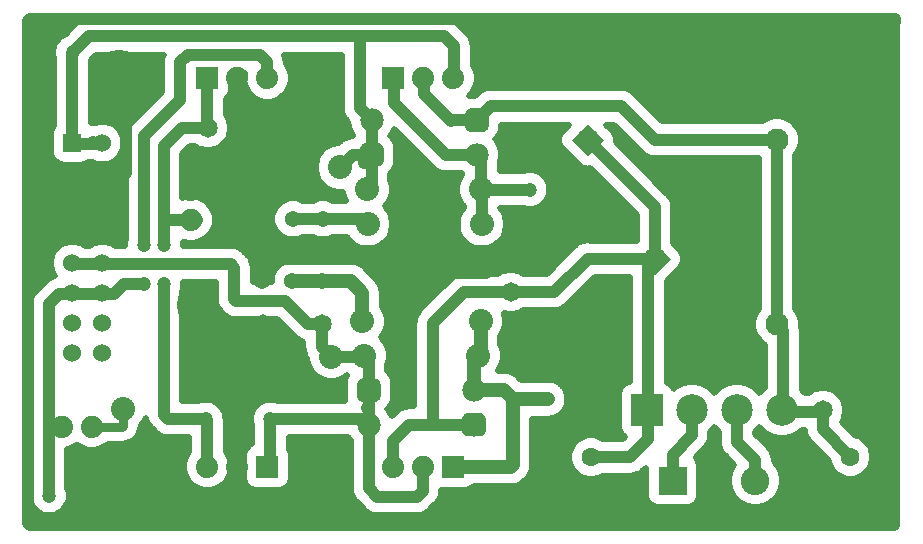
<source format=gbr>
G04 #@! TF.GenerationSoftware,KiCad,Pcbnew,(5.0.2-5)-5*
G04 #@! TF.CreationDate,2022-02-02T03:02:31+07:00*
G04 #@! TF.ProjectId,adjustable PSU,61646a75-7374-4616-926c-65205053552e,rev?*
G04 #@! TF.SameCoordinates,Original*
G04 #@! TF.FileFunction,Copper,L2,Bot*
G04 #@! TF.FilePolarity,Positive*
%FSLAX46Y46*%
G04 Gerber Fmt 4.6, Leading zero omitted, Abs format (unit mm)*
G04 Created by KiCad (PCBNEW (5.0.2-5)-5) date 2022 February 02, Wednesday 03:02:31*
%MOMM*%
%LPD*%
G01*
G04 APERTURE LIST*
G04 #@! TA.AperFunction,ComponentPad*
%ADD10C,3.600000*%
G04 #@! TD*
G04 #@! TA.AperFunction,ComponentPad*
%ADD11C,1.879600*%
G04 #@! TD*
G04 #@! TA.AperFunction,ComponentPad*
%ADD12C,1.600000*%
G04 #@! TD*
G04 #@! TA.AperFunction,ComponentPad*
%ADD13R,2.670000X2.670000*%
G04 #@! TD*
G04 #@! TA.AperFunction,ComponentPad*
%ADD14C,2.670000*%
G04 #@! TD*
G04 #@! TA.AperFunction,ComponentPad*
%ADD15C,1.524000*%
G04 #@! TD*
G04 #@! TA.AperFunction,ComponentPad*
%ADD16R,1.524000X1.524000*%
G04 #@! TD*
G04 #@! TA.AperFunction,ComponentPad*
%ADD17R,1.879600X1.879600*%
G04 #@! TD*
G04 #@! TA.AperFunction,ComponentPad*
%ADD18C,1.200000*%
G04 #@! TD*
G04 #@! TA.AperFunction,ComponentPad*
%ADD19C,2.032000*%
G04 #@! TD*
G04 #@! TA.AperFunction,ComponentPad*
%ADD20C,1.651000*%
G04 #@! TD*
G04 #@! TA.AperFunction,ComponentPad*
%ADD21R,2.413000X2.413000*%
G04 #@! TD*
G04 #@! TA.AperFunction,ComponentPad*
%ADD22C,2.413000*%
G04 #@! TD*
G04 #@! TA.AperFunction,ComponentPad*
%ADD23C,1.371600*%
G04 #@! TD*
G04 #@! TA.AperFunction,Conductor*
%ADD24C,0.100000*%
G04 #@! TD*
G04 #@! TA.AperFunction,ComponentPad*
%ADD25C,1.981200*%
G04 #@! TD*
G04 #@! TA.AperFunction,ComponentPad*
%ADD26C,1.930400*%
G04 #@! TD*
G04 #@! TA.AperFunction,ViaPad*
%ADD27C,1.200000*%
G04 #@! TD*
G04 #@! TA.AperFunction,Conductor*
%ADD28C,1.000000*%
G04 #@! TD*
G04 #@! TA.AperFunction,Conductor*
%ADD29C,1.200000*%
G04 #@! TD*
G04 #@! TA.AperFunction,Conductor*
%ADD30C,0.800000*%
G04 #@! TD*
G04 #@! TA.AperFunction,Conductor*
%ADD31C,0.500000*%
G04 #@! TD*
G04 APERTURE END LIST*
D10*
G04 #@! TO.P,H5,1*
G04 #@! TO.N,GND*
X134493000Y-77089000D03*
G04 #@! TD*
D11*
G04 #@! TO.P,J2,1*
G04 #@! TO.N,+12Vor+9V*
X140589000Y-89662000D03*
G04 #@! TO.P,J2,2*
G04 #@! TO.N,GND*
X140589000Y-87122000D03*
G04 #@! TD*
D10*
G04 #@! TO.P,H3,1*
G04 #@! TO.N,GND*
X141224000Y-96901000D03*
G04 #@! TD*
G04 #@! TO.P,H2,1*
G04 #@! TO.N,GND*
X185039000Y-101346000D03*
G04 #@! TD*
G04 #@! TO.P,H1,1*
G04 #@! TO.N,GND*
X159893000Y-94170500D03*
G04 #@! TD*
G04 #@! TO.P,H4,1*
G04 #@! TO.N,GND*
X185039000Y-74549000D03*
G04 #@! TD*
D12*
G04 #@! TO.P,C6,+*
G04 #@! TO.N,/-12VDC*
X196424184Y-109739272D03*
G04 #@! TO.P,C6,-*
G04 #@! TO.N,GND*
X196424184Y-113239272D03*
G04 #@! TD*
G04 #@! TO.P,C5,-*
G04 #@! TO.N,GND*
X174453184Y-113290072D03*
G04 #@! TO.P,C5,+*
G04 #@! TO.N,/+12VDC*
X174453184Y-109790072D03*
G04 #@! TD*
D13*
G04 #@! TO.P,DR1,1*
G04 #@! TO.N,/+12VDC*
X179197000Y-105791000D03*
D14*
G04 #@! TO.P,DR1,2*
G04 #@! TO.N,/+12VAC*
X183007000Y-105791000D03*
G04 #@! TO.P,DR1,3*
G04 #@! TO.N,/-12VAC*
X186817000Y-105791000D03*
G04 #@! TO.P,DR1,4*
G04 #@! TO.N,/-12VDC*
X190627000Y-105791000D03*
G04 #@! TD*
D15*
G04 #@! TO.P,J1,6*
G04 #@! TO.N,GND*
X133096000Y-88265000D03*
G04 #@! TO.P,J1,8*
X133096000Y-90805000D03*
G04 #@! TO.P,J1,10*
G04 #@! TO.N,+12Vor+15V*
X133096000Y-93345000D03*
G04 #@! TO.P,J1,4*
G04 #@! TO.N,GND*
X133096000Y-85725000D03*
G04 #@! TO.P,J1,2*
G04 #@! TO.N,-12Vor-15V*
X133096000Y-83185000D03*
D16*
G04 #@! TO.P,J1,1*
X130556000Y-83185000D03*
D15*
G04 #@! TO.P,J1,3*
G04 #@! TO.N,GND*
X130556000Y-85725000D03*
G04 #@! TO.P,J1,5*
X130556000Y-88265000D03*
G04 #@! TO.P,J1,7*
X130556000Y-90805000D03*
G04 #@! TO.P,J1,9*
G04 #@! TO.N,+12Vor+15V*
X130556000Y-93345000D03*
G04 #@! TO.P,J1,12*
G04 #@! TO.N,+5V*
X133096000Y-95885000D03*
G04 #@! TO.P,J1,11*
X130556000Y-95885000D03*
G04 #@! TO.P,J1,14*
G04 #@! TO.N,Net-(J1-Pad14)*
X133096000Y-98425000D03*
G04 #@! TO.P,J1,13*
G04 #@! TO.N,Net-(J1-Pad13)*
X130556000Y-98425000D03*
G04 #@! TO.P,J1,15*
G04 #@! TO.N,Net-(J1-Pad15)*
X130556000Y-100965000D03*
G04 #@! TO.P,J1,16*
G04 #@! TO.N,Net-(J1-Pad16)*
X133096000Y-100965000D03*
G04 #@! TD*
D11*
G04 #@! TO.P,U3,2*
G04 #@! TO.N,GND*
X144526000Y-110577472D03*
D17*
G04 #@! TO.P,U3,1*
G04 #@! TO.N,+12Vor+15V*
X147066000Y-110577472D03*
D11*
G04 #@! TO.P,U3,3*
G04 #@! TO.N,+12Vor+9V*
X141986000Y-110577472D03*
G04 #@! TD*
G04 #@! TO.P,U4,3*
G04 #@! TO.N,+5V*
X147066000Y-77684472D03*
D17*
G04 #@! TO.P,U4,1*
G04 #@! TO.N,+12Vor+9V*
X141986000Y-77684472D03*
D11*
G04 #@! TO.P,U4,2*
G04 #@! TO.N,GND*
X144526000Y-77684472D03*
G04 #@! TD*
G04 #@! TO.P,U1,2*
G04 #@! TO.N,+12Vor+15V*
X160274000Y-110577472D03*
G04 #@! TO.P,U1,3*
G04 #@! TO.N,/+12VDC*
X157734000Y-110577472D03*
D17*
G04 #@! TO.P,U1,1*
G04 #@! TO.N,Net-(C9-Pad+)*
X162814000Y-110577472D03*
G04 #@! TD*
G04 #@! TO.P,U2,1*
G04 #@! TO.N,Net-(C10-Pad+)*
X157734000Y-77684472D03*
D11*
G04 #@! TO.P,U2,3*
G04 #@! TO.N,-12Vor-15V*
X162814000Y-77684472D03*
G04 #@! TO.P,U2,2*
G04 #@! TO.N,/-12VDC*
X160274000Y-77684472D03*
G04 #@! TD*
D18*
G04 #@! TO.P,C16,-*
G04 #@! TO.N,GND*
X130581400Y-113055400D03*
G04 #@! TO.P,C16,+*
G04 #@! TO.N,+5V*
X128581400Y-113055400D03*
G04 #@! TD*
D19*
G04 #@! TO.P,R9,2*
G04 #@! TO.N,Net-(D6-Pad1)*
X134874000Y-105664000D03*
G04 #@! TO.P,R9,1*
G04 #@! TO.N,GND*
X134874000Y-113284000D03*
G04 #@! TD*
D11*
G04 #@! TO.P,D6,1*
G04 #@! TO.N,Net-(D6-Pad1)*
X132181600Y-107188000D03*
G04 #@! TO.P,D6,2*
G04 #@! TO.N,+5V*
X129641600Y-107188000D03*
G04 #@! TD*
D20*
G04 #@! TO.P,C15,+*
G04 #@! TO.N,+12Vor+9V*
X142026640Y-81915000D03*
G04 #@! TO.P,C15,-*
G04 #@! TO.N,GND*
X147025360Y-81915000D03*
G04 #@! TD*
G04 #@! TO.P,C11,-*
G04 #@! TO.N,GND*
X167665400Y-100797360D03*
G04 #@! TO.P,C11,+*
G04 #@! TO.N,/+12VDC*
X167665400Y-95798640D03*
G04 #@! TD*
D18*
G04 #@! TO.P,C14,-*
G04 #@! TO.N,GND*
X141859000Y-104553000D03*
G04 #@! TO.P,C14,+*
G04 #@! TO.N,+12Vor+9V*
X141859000Y-106553000D03*
G04 #@! TD*
D20*
G04 #@! TO.P,C13,+*
G04 #@! TO.N,+12Vor+15V*
X151660860Y-98488500D03*
G04 #@! TO.P,C13,-*
G04 #@! TO.N,GND*
X146662140Y-98488500D03*
G04 #@! TD*
D21*
G04 #@! TO.P,X2,1*
G04 #@! TO.N,/+12VAC*
X181376880Y-111760000D03*
D22*
G04 #@! TO.P,X2,2*
G04 #@! TO.N,GND*
X184874460Y-111760000D03*
G04 #@! TO.P,X2,3*
G04 #@! TO.N,/-12VAC*
X188374580Y-111760000D03*
G04 #@! TD*
D20*
G04 #@! TO.P,C12,-*
G04 #@! TO.N,GND*
X199095360Y-105791000D03*
G04 #@! TO.P,C12,+*
G04 #@! TO.N,/-12VDC*
X194096640Y-105791000D03*
G04 #@! TD*
D18*
G04 #@! TO.P,C9,-*
G04 #@! TO.N,GND*
X172820984Y-104862472D03*
G04 #@! TO.P,C9,+*
G04 #@! TO.N,Net-(C9-Pad+)*
X170820984Y-104862472D03*
G04 #@! TD*
D23*
G04 #@! TO.P,R4,3*
G04 #@! TO.N,GND*
X146685000Y-89598500D03*
G04 #@! TO.P,R4,2*
G04 #@! TO.N,Net-(R2-Pad1)*
X149225000Y-89598500D03*
G04 #@! TO.P,R4,1*
X151765000Y-89598500D03*
G04 #@! TD*
G04 #@! TO.P,R3,3*
G04 #@! TO.N,GND*
X146621500Y-94869000D03*
G04 #@! TO.P,R3,2*
G04 #@! TO.N,Net-(R1-Pad1)*
X149161500Y-94869000D03*
G04 #@! TO.P,R3,1*
X151701500Y-94869000D03*
G04 #@! TD*
D18*
G04 #@! TO.P,C10,+*
G04 #@! TO.N,Net-(C10-Pad+)*
X169291000Y-87122000D03*
G04 #@! TO.P,C10,-*
G04 #@! TO.N,GND*
X169291000Y-89122000D03*
G04 #@! TD*
G04 #@! TO.P,C8,+*
G04 #@! TO.N,-12Vor-15V*
X130581400Y-75509672D03*
G04 #@! TO.P,C8,-*
G04 #@! TO.N,GND*
X128581400Y-75509672D03*
G04 #@! TD*
G04 #@! TO.P,C7,-*
G04 #@! TO.N,GND*
X147320000Y-104553000D03*
G04 #@! TO.P,C7,+*
G04 #@! TO.N,+12Vor+15V*
X147320000Y-106553000D03*
G04 #@! TD*
D24*
G04 #@! TO.N,/+12VDC*
G04 #@! TO.C,D1*
G36*
X165091032Y-106033257D02*
X165139112Y-106040389D01*
X165186262Y-106052199D01*
X165232027Y-106068574D01*
X165275967Y-106089356D01*
X165317658Y-106114345D01*
X165356699Y-106143300D01*
X165392714Y-106175942D01*
X165425356Y-106211957D01*
X165454311Y-106250998D01*
X165479300Y-106292689D01*
X165500082Y-106336629D01*
X165516457Y-106382394D01*
X165528267Y-106429544D01*
X165535399Y-106477624D01*
X165537784Y-106526172D01*
X165537784Y-107516772D01*
X165535399Y-107565320D01*
X165528267Y-107613400D01*
X165516457Y-107660550D01*
X165500082Y-107706315D01*
X165479300Y-107750255D01*
X165454311Y-107791946D01*
X165425356Y-107830987D01*
X165392714Y-107867002D01*
X165356699Y-107899644D01*
X165317658Y-107928599D01*
X165275967Y-107953588D01*
X165232027Y-107974370D01*
X165186262Y-107990745D01*
X165139112Y-108002555D01*
X165091032Y-108009687D01*
X165042484Y-108012072D01*
X164051884Y-108012072D01*
X164003336Y-108009687D01*
X163955256Y-108002555D01*
X163908106Y-107990745D01*
X163862341Y-107974370D01*
X163818401Y-107953588D01*
X163776710Y-107928599D01*
X163737669Y-107899644D01*
X163701654Y-107867002D01*
X163669012Y-107830987D01*
X163640057Y-107791946D01*
X163615068Y-107750255D01*
X163594286Y-107706315D01*
X163577911Y-107660550D01*
X163566101Y-107613400D01*
X163558969Y-107565320D01*
X163556584Y-107516772D01*
X163556584Y-106526172D01*
X163558969Y-106477624D01*
X163566101Y-106429544D01*
X163577911Y-106382394D01*
X163594286Y-106336629D01*
X163615068Y-106292689D01*
X163640057Y-106250998D01*
X163669012Y-106211957D01*
X163701654Y-106175942D01*
X163737669Y-106143300D01*
X163776710Y-106114345D01*
X163818401Y-106089356D01*
X163862341Y-106068574D01*
X163908106Y-106052199D01*
X163955256Y-106040389D01*
X164003336Y-106033257D01*
X164051884Y-106030872D01*
X165042484Y-106030872D01*
X165091032Y-106033257D01*
X165091032Y-106033257D01*
G37*
D25*
G04 #@! TD*
G04 #@! TO.P,D1,1*
G04 #@! TO.N,/+12VDC*
X164547184Y-107021472D03*
G04 #@! TO.P,D1,2*
G04 #@! TO.N,+12Vor+15V*
X155657184Y-107021472D03*
G04 #@! TD*
D24*
G04 #@! TO.N,+12Vor+15V*
G04 #@! TO.C,D2*
G36*
X156201032Y-103112257D02*
X156249112Y-103119389D01*
X156296262Y-103131199D01*
X156342027Y-103147574D01*
X156385967Y-103168356D01*
X156427658Y-103193345D01*
X156466699Y-103222300D01*
X156502714Y-103254942D01*
X156535356Y-103290957D01*
X156564311Y-103329998D01*
X156589300Y-103371689D01*
X156610082Y-103415629D01*
X156626457Y-103461394D01*
X156638267Y-103508544D01*
X156645399Y-103556624D01*
X156647784Y-103605172D01*
X156647784Y-104595772D01*
X156645399Y-104644320D01*
X156638267Y-104692400D01*
X156626457Y-104739550D01*
X156610082Y-104785315D01*
X156589300Y-104829255D01*
X156564311Y-104870946D01*
X156535356Y-104909987D01*
X156502714Y-104946002D01*
X156466699Y-104978644D01*
X156427658Y-105007599D01*
X156385967Y-105032588D01*
X156342027Y-105053370D01*
X156296262Y-105069745D01*
X156249112Y-105081555D01*
X156201032Y-105088687D01*
X156152484Y-105091072D01*
X155161884Y-105091072D01*
X155113336Y-105088687D01*
X155065256Y-105081555D01*
X155018106Y-105069745D01*
X154972341Y-105053370D01*
X154928401Y-105032588D01*
X154886710Y-105007599D01*
X154847669Y-104978644D01*
X154811654Y-104946002D01*
X154779012Y-104909987D01*
X154750057Y-104870946D01*
X154725068Y-104829255D01*
X154704286Y-104785315D01*
X154687911Y-104739550D01*
X154676101Y-104692400D01*
X154668969Y-104644320D01*
X154666584Y-104595772D01*
X154666584Y-103605172D01*
X154668969Y-103556624D01*
X154676101Y-103508544D01*
X154687911Y-103461394D01*
X154704286Y-103415629D01*
X154725068Y-103371689D01*
X154750057Y-103329998D01*
X154779012Y-103290957D01*
X154811654Y-103254942D01*
X154847669Y-103222300D01*
X154886710Y-103193345D01*
X154928401Y-103168356D01*
X154972341Y-103147574D01*
X155018106Y-103131199D01*
X155065256Y-103119389D01*
X155113336Y-103112257D01*
X155161884Y-103109872D01*
X156152484Y-103109872D01*
X156201032Y-103112257D01*
X156201032Y-103112257D01*
G37*
D25*
G04 #@! TD*
G04 #@! TO.P,D2,1*
G04 #@! TO.N,+12Vor+15V*
X155657184Y-104100472D03*
G04 #@! TO.P,D2,2*
G04 #@! TO.N,Net-(C9-Pad+)*
X164547184Y-104100472D03*
G04 #@! TD*
D24*
G04 #@! TO.N,-12Vor-15V*
G04 #@! TO.C,D4*
G36*
X156455032Y-83173257D02*
X156503112Y-83180389D01*
X156550262Y-83192199D01*
X156596027Y-83208574D01*
X156639967Y-83229356D01*
X156681658Y-83254345D01*
X156720699Y-83283300D01*
X156756714Y-83315942D01*
X156789356Y-83351957D01*
X156818311Y-83390998D01*
X156843300Y-83432689D01*
X156864082Y-83476629D01*
X156880457Y-83522394D01*
X156892267Y-83569544D01*
X156899399Y-83617624D01*
X156901784Y-83666172D01*
X156901784Y-84656772D01*
X156899399Y-84705320D01*
X156892267Y-84753400D01*
X156880457Y-84800550D01*
X156864082Y-84846315D01*
X156843300Y-84890255D01*
X156818311Y-84931946D01*
X156789356Y-84970987D01*
X156756714Y-85007002D01*
X156720699Y-85039644D01*
X156681658Y-85068599D01*
X156639967Y-85093588D01*
X156596027Y-85114370D01*
X156550262Y-85130745D01*
X156503112Y-85142555D01*
X156455032Y-85149687D01*
X156406484Y-85152072D01*
X155415884Y-85152072D01*
X155367336Y-85149687D01*
X155319256Y-85142555D01*
X155272106Y-85130745D01*
X155226341Y-85114370D01*
X155182401Y-85093588D01*
X155140710Y-85068599D01*
X155101669Y-85039644D01*
X155065654Y-85007002D01*
X155033012Y-84970987D01*
X155004057Y-84931946D01*
X154979068Y-84890255D01*
X154958286Y-84846315D01*
X154941911Y-84800550D01*
X154930101Y-84753400D01*
X154922969Y-84705320D01*
X154920584Y-84656772D01*
X154920584Y-83666172D01*
X154922969Y-83617624D01*
X154930101Y-83569544D01*
X154941911Y-83522394D01*
X154958286Y-83476629D01*
X154979068Y-83432689D01*
X155004057Y-83390998D01*
X155033012Y-83351957D01*
X155065654Y-83315942D01*
X155101669Y-83283300D01*
X155140710Y-83254345D01*
X155182401Y-83229356D01*
X155226341Y-83208574D01*
X155272106Y-83192199D01*
X155319256Y-83180389D01*
X155367336Y-83173257D01*
X155415884Y-83170872D01*
X156406484Y-83170872D01*
X156455032Y-83173257D01*
X156455032Y-83173257D01*
G37*
D25*
G04 #@! TD*
G04 #@! TO.P,D4,1*
G04 #@! TO.N,-12Vor-15V*
X155911184Y-84161472D03*
G04 #@! TO.P,D4,2*
G04 #@! TO.N,Net-(C10-Pad+)*
X164801184Y-84161472D03*
G04 #@! TD*
D24*
G04 #@! TO.N,/-12VDC*
G04 #@! TO.C,D3*
G36*
X165345032Y-80252257D02*
X165393112Y-80259389D01*
X165440262Y-80271199D01*
X165486027Y-80287574D01*
X165529967Y-80308356D01*
X165571658Y-80333345D01*
X165610699Y-80362300D01*
X165646714Y-80394942D01*
X165679356Y-80430957D01*
X165708311Y-80469998D01*
X165733300Y-80511689D01*
X165754082Y-80555629D01*
X165770457Y-80601394D01*
X165782267Y-80648544D01*
X165789399Y-80696624D01*
X165791784Y-80745172D01*
X165791784Y-81735772D01*
X165789399Y-81784320D01*
X165782267Y-81832400D01*
X165770457Y-81879550D01*
X165754082Y-81925315D01*
X165733300Y-81969255D01*
X165708311Y-82010946D01*
X165679356Y-82049987D01*
X165646714Y-82086002D01*
X165610699Y-82118644D01*
X165571658Y-82147599D01*
X165529967Y-82172588D01*
X165486027Y-82193370D01*
X165440262Y-82209745D01*
X165393112Y-82221555D01*
X165345032Y-82228687D01*
X165296484Y-82231072D01*
X164305884Y-82231072D01*
X164257336Y-82228687D01*
X164209256Y-82221555D01*
X164162106Y-82209745D01*
X164116341Y-82193370D01*
X164072401Y-82172588D01*
X164030710Y-82147599D01*
X163991669Y-82118644D01*
X163955654Y-82086002D01*
X163923012Y-82049987D01*
X163894057Y-82010946D01*
X163869068Y-81969255D01*
X163848286Y-81925315D01*
X163831911Y-81879550D01*
X163820101Y-81832400D01*
X163812969Y-81784320D01*
X163810584Y-81735772D01*
X163810584Y-80745172D01*
X163812969Y-80696624D01*
X163820101Y-80648544D01*
X163831911Y-80601394D01*
X163848286Y-80555629D01*
X163869068Y-80511689D01*
X163894057Y-80469998D01*
X163923012Y-80430957D01*
X163955654Y-80394942D01*
X163991669Y-80362300D01*
X164030710Y-80333345D01*
X164072401Y-80308356D01*
X164116341Y-80287574D01*
X164162106Y-80271199D01*
X164209256Y-80259389D01*
X164257336Y-80252257D01*
X164305884Y-80249872D01*
X165296484Y-80249872D01*
X165345032Y-80252257D01*
X165345032Y-80252257D01*
G37*
D25*
G04 #@! TD*
G04 #@! TO.P,D3,1*
G04 #@! TO.N,/-12VDC*
X164801184Y-81240472D03*
G04 #@! TO.P,D3,2*
G04 #@! TO.N,-12Vor-15V*
X155911184Y-81240472D03*
G04 #@! TD*
D26*
G04 #@! TO.P,C4,+*
G04 #@! TO.N,GND*
X195869329Y-77237327D03*
D24*
G04 #@! TD*
G04 #@! TO.N,GND*
G04 #@! TO.C,C4*
G36*
X195869329Y-78602326D02*
X194504330Y-77237327D01*
X195869329Y-75872328D01*
X197234328Y-77237327D01*
X195869329Y-78602326D01*
X195869329Y-78602326D01*
G37*
D26*
G04 #@! TO.P,C4,-*
G04 #@! TO.N,/-12VDC*
X190208176Y-82898480D03*
G04 #@! TD*
G04 #@! TO.P,C3,-*
G04 #@! TO.N,/-12VDC*
X190208176Y-98526480D03*
G04 #@! TO.P,C3,+*
G04 #@! TO.N,GND*
X195869329Y-92865327D03*
D24*
G04 #@! TD*
G04 #@! TO.N,GND*
G04 #@! TO.C,C3*
G36*
X195869329Y-94230326D02*
X194504330Y-92865327D01*
X195869329Y-91500328D01*
X197234328Y-92865327D01*
X195869329Y-94230326D01*
X195869329Y-94230326D01*
G37*
D26*
G04 #@! TO.P,C2,+*
G04 #@! TO.N,/+12VDC*
X174177439Y-82927217D03*
D24*
G04 #@! TD*
G04 #@! TO.N,/+12VDC*
G04 #@! TO.C,C2*
G36*
X174177439Y-81562218D02*
X175542438Y-82927217D01*
X174177439Y-84292216D01*
X172812440Y-82927217D01*
X174177439Y-81562218D01*
X174177439Y-81562218D01*
G37*
D26*
G04 #@! TO.P,C2,-*
G04 #@! TO.N,GND*
X179838592Y-77266064D03*
G04 #@! TD*
G04 #@! TO.P,C1,-*
G04 #@! TO.N,GND*
X174206176Y-98646480D03*
G04 #@! TO.P,C1,+*
G04 #@! TO.N,/+12VDC*
X179867329Y-92985327D03*
D24*
G04 #@! TD*
G04 #@! TO.N,/+12VDC*
G04 #@! TO.C,C1*
G36*
X179867329Y-94350326D02*
X178502330Y-92985327D01*
X179867329Y-91620328D01*
X181232328Y-92985327D01*
X179867329Y-94350326D01*
X179867329Y-94350326D01*
G37*
D19*
G04 #@! TO.P,R1,1*
G04 #@! TO.N,Net-(R1-Pad1)*
X155081874Y-98276252D03*
G04 #@! TO.P,R1,2*
G04 #@! TO.N,Net-(C9-Pad+)*
X165117414Y-98258472D03*
G04 #@! TD*
G04 #@! TO.P,R2,1*
G04 #@! TO.N,Net-(R2-Pad1)*
X155575000Y-90043000D03*
G04 #@! TO.P,R2,2*
G04 #@! TO.N,Net-(C10-Pad+)*
X165227000Y-90043000D03*
G04 #@! TD*
G04 #@! TO.P,R5,1*
G04 #@! TO.N,Net-(C9-Pad+)*
X164928184Y-101179472D03*
G04 #@! TO.P,R5,2*
G04 #@! TO.N,+12Vor+15V*
X155276184Y-101179472D03*
G04 #@! TD*
G04 #@! TO.P,R6,2*
G04 #@! TO.N,-12Vor-15V*
X155532725Y-87082472D03*
G04 #@! TO.P,R6,1*
G04 #@! TO.N,Net-(C10-Pad+)*
X165184725Y-87082472D03*
G04 #@! TD*
G04 #@! TO.P,R7,1*
G04 #@! TO.N,GND*
X142811500Y-101282500D03*
G04 #@! TO.P,R7,2*
G04 #@! TO.N,+12Vor+15V*
X152463500Y-101282500D03*
G04 #@! TD*
G04 #@! TO.P,R8,2*
G04 #@! TO.N,-12Vor-15V*
X153212800Y-85242400D03*
G04 #@! TO.P,R8,1*
G04 #@! TO.N,GND*
X143560800Y-85242400D03*
G04 #@! TD*
D27*
G04 #@! TO.N,+5V*
X136652000Y-95123000D03*
X136652000Y-91821000D03*
G04 #@! TO.N,+12Vor+9V*
X138303000Y-95123000D03*
X138280141Y-91798141D03*
G04 #@! TD*
D28*
G04 #@! TO.N,GND*
X172820984Y-100031672D02*
X174206176Y-98646480D01*
X174453184Y-113290072D02*
X174453184Y-115138462D01*
X172055296Y-100797360D02*
X172820984Y-100031672D01*
X167665400Y-100797360D02*
X172055296Y-100797360D01*
X199969174Y-105791000D02*
X200096174Y-105918000D01*
X199095360Y-105791000D02*
X199969174Y-105791000D01*
X184874460Y-111760000D02*
X184874460Y-115098306D01*
X144526000Y-104553000D02*
X144526000Y-110577472D01*
X141859000Y-104553000D02*
X144526000Y-104553000D01*
X146685000Y-92329000D02*
X146685000Y-92710000D01*
X146685000Y-89916000D02*
X146685000Y-92329000D01*
X146685000Y-94742000D02*
X146685000Y-93772133D01*
X145288000Y-104553000D02*
X147320000Y-104553000D01*
X144526000Y-104553000D02*
X145288000Y-104553000D01*
X146662140Y-94909640D02*
X146621500Y-94869000D01*
X142811500Y-103600500D02*
X141859000Y-104553000D01*
X142811500Y-101282500D02*
X142811500Y-103600500D01*
X133032500Y-85806836D02*
X130492500Y-85806836D01*
X130492500Y-88346836D02*
X133032500Y-88346836D01*
X133032500Y-90886836D02*
X130492500Y-90886836D01*
X130492500Y-85806836D02*
X130492500Y-88346836D01*
X130492500Y-90886836D02*
X130492500Y-88346836D01*
X144526000Y-84277200D02*
X143560800Y-85242400D01*
X147025360Y-81915000D02*
X145857927Y-81915000D01*
X145857927Y-81915000D02*
X144526000Y-81915000D01*
X144526000Y-81915000D02*
X144526000Y-84277200D01*
X144526000Y-77684472D02*
X144526000Y-81915000D01*
X146639836Y-92918836D02*
X146685000Y-92964000D01*
X146685000Y-92964000D02*
X146685000Y-92329000D01*
X146685000Y-93772133D02*
X146685000Y-92964000D01*
X196424184Y-113239272D02*
X196424184Y-115076390D01*
X172802184Y-106996072D02*
X170287584Y-109510672D01*
X172802184Y-105653600D02*
X172802184Y-106996072D01*
X172820984Y-105634800D02*
X172802184Y-105653600D01*
X172820984Y-100031672D02*
X172820984Y-105634800D01*
X170287584Y-115056974D02*
X170307000Y-115076390D01*
X170287584Y-109510672D02*
X170287584Y-115056974D01*
X134874000Y-113284000D02*
X134874000Y-115076390D01*
X146685000Y-82255360D02*
X147025360Y-81915000D01*
X146662140Y-100352860D02*
X146662140Y-98488500D01*
X145796000Y-101219000D02*
X146662140Y-100352860D01*
X144248340Y-101282500D02*
X144311840Y-101219000D01*
X144311840Y-101219000D02*
X145796000Y-101219000D01*
X142811500Y-101282500D02*
X144248340Y-101282500D01*
X144526000Y-110577472D02*
X144526000Y-115076390D01*
X200096119Y-72756610D02*
X200096119Y-72757665D01*
X195869329Y-92865327D02*
X200093945Y-88640711D01*
X200093945Y-88606472D02*
X200096174Y-88606472D01*
X200093945Y-88640711D02*
X200093945Y-88606472D01*
X130460500Y-88346836D02*
X126829174Y-88346836D01*
X126829174Y-88346836D02*
X126784010Y-88301672D01*
X126784010Y-72859990D02*
X126987390Y-72656610D01*
X200196097Y-72853903D02*
X200196105Y-72853895D01*
X200196097Y-72910559D02*
X200196097Y-72853903D01*
X195869329Y-77237327D02*
X200196097Y-72910559D01*
X200196105Y-72853895D02*
X200196105Y-72656610D01*
X184658000Y-72700656D02*
X184658000Y-72656610D01*
X162390481Y-72656610D02*
X184658000Y-72656610D01*
X200093945Y-72758770D02*
X200113990Y-72738725D01*
X200093945Y-88640711D02*
X200093945Y-72758770D01*
X200113990Y-72738725D02*
X200196132Y-72656610D01*
X200196105Y-72656610D02*
X200113990Y-72738725D01*
X200093945Y-88640711D02*
X200093945Y-115531990D01*
X126784010Y-115354010D02*
X126961990Y-115531990D01*
X126784010Y-88301672D02*
X126784010Y-115354010D01*
X130556000Y-113929328D02*
X130556000Y-115531990D01*
X130581400Y-113903928D02*
X130556000Y-113929328D01*
X130581400Y-113055400D02*
X130581400Y-113903928D01*
X130556000Y-115531990D02*
X126961990Y-115531990D01*
X200093945Y-115531990D02*
X130556000Y-115531990D01*
X130302000Y-72656610D02*
X162390481Y-72656610D01*
X126987390Y-72656610D02*
X130302000Y-72656610D01*
X146685000Y-88366600D02*
X143560800Y-85242400D01*
X146685000Y-89598500D02*
X146685000Y-88366600D01*
X126855682Y-75509672D02*
X126784010Y-75438000D01*
X128581400Y-75509672D02*
X126855682Y-75509672D01*
X126784010Y-75438000D02*
X126784010Y-72859990D01*
X126784010Y-88301672D02*
X126784010Y-75438000D01*
X141647523Y-85242400D02*
X143560800Y-85242400D01*
X141097000Y-85792923D02*
X141647523Y-85242400D01*
X141097000Y-87122000D02*
X141097000Y-85792923D01*
X179838592Y-77266064D02*
X184422646Y-72682010D01*
X185229500Y-72682010D02*
X200196132Y-72656610D01*
X184422646Y-72682010D02*
X185229500Y-72682010D01*
X184658000Y-72656610D02*
X185229500Y-72682010D01*
X169291000Y-90424000D02*
X165544500Y-94170500D01*
X169291000Y-89122000D02*
X169291000Y-90424000D01*
X157734000Y-92964000D02*
X158940500Y-94170500D01*
X146685000Y-92964000D02*
X157734000Y-92964000D01*
X134493000Y-79634584D02*
X135128000Y-80269584D01*
X134493000Y-77089000D02*
X134493000Y-79634584D01*
X135128000Y-80269584D02*
X135128000Y-85725000D01*
X135128000Y-85725000D02*
X133096000Y-85725000D01*
X141224000Y-99695000D02*
X142811500Y-101282500D01*
X141224000Y-96901000D02*
X141224000Y-99695000D01*
X159893000Y-94170500D02*
X161798000Y-94170500D01*
X161798000Y-94170500D02*
X158940500Y-94170500D01*
X165544500Y-94170500D02*
X161798000Y-94170500D01*
X185039000Y-73298364D02*
X184422646Y-72682010D01*
X185039000Y-74549000D02*
X185039000Y-73298364D01*
D29*
G04 #@! TO.N,Net-(C9-Pad+)*
X162778784Y-110714072D02*
X162642184Y-110577472D01*
X165182184Y-101433472D02*
X164928184Y-101179472D01*
X165121224Y-100986432D02*
X164928184Y-101179472D01*
X165121224Y-98258472D02*
X165121224Y-100986432D01*
X164547184Y-101560472D02*
X164928184Y-101179472D01*
X164547184Y-104100472D02*
X164547184Y-101560472D01*
X167087184Y-104100472D02*
X167849184Y-104862472D01*
X167849184Y-110440872D02*
X167712584Y-110577472D01*
X164547184Y-104100472D02*
X167087184Y-104100472D01*
X166960184Y-110577472D02*
X162769184Y-110577472D01*
X167712584Y-110577472D02*
X166960184Y-110577472D01*
X167849184Y-106437272D02*
X167849184Y-110440872D01*
X167849184Y-104862472D02*
X167849184Y-106437272D01*
X170820984Y-104862472D02*
X167849184Y-104862472D01*
D28*
G04 #@! TO.N,Net-(R2-Pad1)*
X149225000Y-89598500D02*
X151765000Y-89598500D01*
X155130500Y-89598500D02*
X155575000Y-90043000D01*
X151765000Y-89598500D02*
X155130500Y-89598500D01*
D29*
G04 #@! TO.N,Net-(R1-Pad1)*
X149161500Y-94869000D02*
X151701500Y-94869000D01*
X151701500Y-94869000D02*
X154114500Y-94869000D01*
X155081874Y-95836374D02*
X155081874Y-98276252D01*
X154114500Y-94869000D02*
X155081874Y-95836374D01*
D28*
G04 #@! TO.N,Net-(C10-Pad+)*
X165227000Y-87124747D02*
X165184725Y-87082472D01*
X165227000Y-90043000D02*
X165227000Y-87124747D01*
X165184725Y-84545013D02*
X164801184Y-84161472D01*
X165184725Y-87082472D02*
X165184725Y-84545013D01*
X163400265Y-84161472D02*
X164801184Y-84161472D01*
X157816184Y-79824272D02*
X162153384Y-84161472D01*
X162153384Y-84161472D02*
X163400265Y-84161472D01*
X157816184Y-77684472D02*
X157816184Y-79824272D01*
X165224253Y-87122000D02*
X165184725Y-87082472D01*
X169291000Y-87122000D02*
X165224253Y-87122000D01*
G04 #@! TO.N,/+12VAC*
X183007000Y-107923380D02*
X183007000Y-105918000D01*
X181376880Y-109553500D02*
X183007000Y-107923380D01*
X181376880Y-111760000D02*
X181376880Y-109553500D01*
G04 #@! TO.N,/-12VAC*
X188374580Y-111760000D02*
X188374580Y-110015580D01*
X186817000Y-108458000D02*
X186817000Y-105918000D01*
X188374580Y-110015580D02*
X186817000Y-108458000D01*
G04 #@! TO.N,/+12VDC*
X162007184Y-107021472D02*
X164091584Y-107021472D01*
X157689184Y-108418472D02*
X159086184Y-107021472D01*
X157689184Y-110577472D02*
X157689184Y-108418472D01*
X179308384Y-93544272D02*
X179867329Y-92985327D01*
X179308384Y-105736272D02*
X179308384Y-93544272D01*
X174177439Y-92963582D02*
X174199184Y-92985327D01*
X179867329Y-92985327D02*
X174199184Y-92985327D01*
X179308384Y-108271272D02*
X177789584Y-109790072D01*
X179308384Y-105736272D02*
X179308384Y-108271272D01*
X161067384Y-107021472D02*
X161067384Y-98410872D01*
X159086184Y-107021472D02*
X161067384Y-107021472D01*
X161067384Y-107021472D02*
X162007184Y-107021472D01*
X177789584Y-109790072D02*
X174453184Y-109790072D01*
X163679616Y-95798640D02*
X161067384Y-98410872D01*
X167665400Y-95798640D02*
X163679616Y-95798640D01*
X171342381Y-95798640D02*
X174177439Y-92963582D01*
X167665400Y-95798640D02*
X171342381Y-95798640D01*
X179867329Y-88871107D02*
X179867329Y-92985327D01*
X179867329Y-88617107D02*
X179867329Y-88871107D01*
X174177439Y-82927217D02*
X179867329Y-88617107D01*
G04 #@! TO.N,/-12VDC*
X190738384Y-99056688D02*
X190208176Y-98526480D01*
X190738384Y-105736272D02*
X190738384Y-99056688D01*
X190208176Y-98526480D02*
X190208176Y-82898480D01*
X193969640Y-105918000D02*
X194096640Y-105791000D01*
X190627000Y-105918000D02*
X193969640Y-105918000D01*
X194096640Y-107411728D02*
X196424184Y-109739272D01*
X194096640Y-105791000D02*
X194096640Y-107411728D01*
X160356184Y-79013549D02*
X162622635Y-81280000D01*
X160356184Y-77684472D02*
X160356184Y-79013549D01*
X162662163Y-81240472D02*
X164801184Y-81240472D01*
X162622635Y-81280000D02*
X162662163Y-81240472D01*
X165959384Y-80082272D02*
X164801184Y-81240472D01*
X179854208Y-82898480D02*
X177038000Y-80082272D01*
X190208176Y-82898480D02*
X179854208Y-82898480D01*
X177038000Y-80082272D02*
X165959384Y-80082272D01*
G04 #@! TO.N,+5V*
X133038136Y-95961200D02*
X133032500Y-95966836D01*
X133032500Y-95966836D02*
X130492500Y-95966836D01*
X128581400Y-112206872D02*
X128581400Y-113055400D01*
X129382870Y-95966836D02*
X128581400Y-96768306D01*
X130460500Y-95966836D02*
X129382870Y-95966836D01*
X129641600Y-107188000D02*
X128581400Y-107188000D01*
X128581400Y-107188000D02*
X128581400Y-112206872D01*
X128581400Y-96768306D02*
X128581400Y-107188000D01*
X134078130Y-95966836D02*
X134921966Y-95123000D01*
X133000500Y-95966836D02*
X134078130Y-95966836D01*
X147066000Y-76355395D02*
X147066000Y-77684472D01*
X146402605Y-75692000D02*
X147066000Y-76355395D01*
X136652000Y-95123000D02*
X134921966Y-95123000D01*
X136652000Y-91821000D02*
X136652000Y-82550000D01*
X136652000Y-82550000D02*
X139700000Y-79502000D01*
X139700000Y-76327000D02*
X140335000Y-75692000D01*
X140335000Y-75692000D02*
X146402605Y-75692000D01*
X139700000Y-79502000D02*
X139700000Y-76327000D01*
D30*
G04 #@! TO.N,Net-(D6-Pad1)*
X132181600Y-107188000D02*
X133510677Y-107188000D01*
X134786840Y-107188000D02*
X133510677Y-107188000D01*
X134874000Y-107100840D02*
X134786840Y-107188000D01*
X134874000Y-105664000D02*
X134874000Y-107100840D01*
D28*
G04 #@! TO.N,+12Vor+15V*
X154976464Y-101306472D02*
X155085684Y-101197252D01*
X160229184Y-112609472D02*
X159721184Y-113117472D01*
X160229184Y-110577472D02*
X160229184Y-112609472D01*
X155657184Y-112418972D02*
X156355684Y-113117472D01*
X159721184Y-113117472D02*
X156355684Y-113117472D01*
X155657184Y-101560472D02*
X155276184Y-101179472D01*
X155657184Y-104100472D02*
X155657184Y-101560472D01*
X155657184Y-107021472D02*
X155657184Y-112418972D01*
X147320000Y-110323472D02*
X147066000Y-110577472D01*
X147320000Y-106553000D02*
X147320000Y-110323472D01*
X155657184Y-107021472D02*
X155657184Y-105791000D01*
X155657184Y-105791000D02*
X155657184Y-104100472D01*
X155490656Y-105624472D02*
X155657184Y-105791000D01*
X155188712Y-106553000D02*
X155657184Y-107021472D01*
X147320000Y-106553000D02*
X155188712Y-106553000D01*
X155173156Y-101282500D02*
X155276184Y-101179472D01*
X152463500Y-101282500D02*
X155173156Y-101282500D01*
X133032500Y-93426836D02*
X130492500Y-93426836D01*
X137495836Y-93426836D02*
X133000500Y-93426836D01*
X144399000Y-96520000D02*
X144272000Y-96393000D01*
X143972836Y-93426836D02*
X137495836Y-93426836D01*
X148524927Y-96520000D02*
X144399000Y-96520000D01*
X150493427Y-98488500D02*
X148524927Y-96520000D01*
X144272000Y-96393000D02*
X144272000Y-93726000D01*
X144272000Y-93726000D02*
X143972836Y-93426836D01*
X151660860Y-98488500D02*
X150493427Y-98488500D01*
X151660860Y-100479860D02*
X152463500Y-101282500D01*
X151660860Y-98488500D02*
X151660860Y-100479860D01*
G04 #@! TO.N,-12Vor-15V*
X155911184Y-81240472D02*
X155911184Y-84161472D01*
X155911184Y-86704013D02*
X155532725Y-87082472D01*
X155911184Y-84161472D02*
X155911184Y-86704013D01*
X155236656Y-84836000D02*
X155911184Y-84161472D01*
X132969000Y-83203336D02*
X133032500Y-83266836D01*
X154293728Y-84161472D02*
X153212800Y-85242400D01*
X155911184Y-84161472D02*
X154293728Y-84161472D01*
X155911184Y-81240472D02*
X154920585Y-80249873D01*
X162896184Y-77684472D02*
X162896184Y-75000804D01*
X162896184Y-75000804D02*
X162052000Y-74156620D01*
X154920585Y-80249873D02*
X154920585Y-74176035D01*
X154920585Y-74176035D02*
X154940000Y-74156620D01*
X162052000Y-74156620D02*
X154940000Y-74156620D01*
X132289500Y-83057336D02*
X132080000Y-83266836D01*
X132080000Y-83266836D02*
X133032500Y-83266836D01*
X130492500Y-83266836D02*
X132080000Y-83266836D01*
X131934452Y-74156620D02*
X130581400Y-75509672D01*
X154940000Y-74156620D02*
X131934452Y-74156620D01*
X130556000Y-75535072D02*
X130581400Y-75509672D01*
X130556000Y-83185000D02*
X130556000Y-75535072D01*
G04 #@! TO.N,+12Vor+9V*
X141986000Y-81874360D02*
X142026640Y-81915000D01*
X141986000Y-77684472D02*
X141986000Y-81874360D01*
X141986000Y-106680000D02*
X141859000Y-106553000D01*
X141986000Y-110577472D02*
X141986000Y-106680000D01*
X141859000Y-106553000D02*
X140970000Y-106553000D01*
X138303000Y-95123000D02*
X138303000Y-95123000D01*
X138280141Y-91798141D02*
X138280141Y-91798141D01*
X139700000Y-106553000D02*
X140970000Y-106553000D01*
X138303000Y-106172000D02*
X138684000Y-106553000D01*
X138684000Y-106553000D02*
X140970000Y-106553000D01*
X138303000Y-95123000D02*
X138303000Y-106172000D01*
X139827000Y-81915000D02*
X142026640Y-81915000D01*
X138280141Y-83461859D02*
X139827000Y-81915000D01*
X139169141Y-89662000D02*
X138280141Y-89662000D01*
X141097000Y-89662000D02*
X139169141Y-89662000D01*
X138280141Y-89662000D02*
X138280141Y-83461859D01*
X138280141Y-91798141D02*
X138280141Y-89662000D01*
G04 #@! TD*
D31*
G04 #@! TO.N,GND*
G36*
X199764001Y-115182000D02*
X127134000Y-115182000D01*
X127134000Y-113859134D01*
X127299761Y-114107214D01*
X127529586Y-114337039D01*
X127799832Y-114517611D01*
X128100113Y-114641992D01*
X128418889Y-114705400D01*
X128743911Y-114705400D01*
X129062687Y-114641992D01*
X129362968Y-114517611D01*
X129633214Y-114337039D01*
X129863039Y-114107214D01*
X130043611Y-113836968D01*
X130167992Y-113536687D01*
X130231400Y-113217911D01*
X130231400Y-112892889D01*
X130167992Y-112574113D01*
X130131400Y-112485772D01*
X130131400Y-109119355D01*
X130222003Y-109101333D01*
X130584124Y-108951338D01*
X130910024Y-108733579D01*
X130911600Y-108732003D01*
X130913176Y-108733579D01*
X131239076Y-108951338D01*
X131601197Y-109101333D01*
X131985622Y-109177800D01*
X132377578Y-109177800D01*
X132762003Y-109101333D01*
X133124124Y-108951338D01*
X133450024Y-108733579D01*
X133545603Y-108638000D01*
X134715625Y-108638000D01*
X134786840Y-108645014D01*
X134858055Y-108638000D01*
X134858065Y-108638000D01*
X135071090Y-108617019D01*
X135344416Y-108534106D01*
X135596314Y-108399464D01*
X135817105Y-108218265D01*
X135856393Y-108170393D01*
X135904265Y-108131105D01*
X136085464Y-107910314D01*
X136220106Y-107658416D01*
X136303019Y-107385090D01*
X136324000Y-107172065D01*
X136324000Y-107172057D01*
X136327965Y-107131800D01*
X136478767Y-106980998D01*
X136704865Y-106642618D01*
X136775143Y-106472951D01*
X136775429Y-106475853D01*
X136788959Y-106520455D01*
X136864059Y-106768028D01*
X137007987Y-107037300D01*
X137121170Y-107175213D01*
X137201683Y-107273318D01*
X137260823Y-107321853D01*
X137534143Y-107595173D01*
X137582682Y-107654318D01*
X137818700Y-107848013D01*
X138087971Y-107991941D01*
X138380147Y-108080572D01*
X138607862Y-108103000D01*
X138607871Y-108103000D01*
X138683999Y-108110498D01*
X138760127Y-108103000D01*
X140436001Y-108103000D01*
X140436000Y-109315664D01*
X140222662Y-109634948D01*
X140072667Y-109997069D01*
X139996200Y-110381494D01*
X139996200Y-110773450D01*
X140072667Y-111157875D01*
X140222662Y-111519996D01*
X140440421Y-111845896D01*
X140717576Y-112123051D01*
X141043476Y-112340810D01*
X141405597Y-112490805D01*
X141790022Y-112567272D01*
X142181978Y-112567272D01*
X142566403Y-112490805D01*
X142928524Y-112340810D01*
X143254424Y-112123051D01*
X143531579Y-111845896D01*
X143749338Y-111519996D01*
X143899333Y-111157875D01*
X143975800Y-110773450D01*
X143975800Y-110381494D01*
X143899333Y-109997069D01*
X143749338Y-109634948D01*
X143536000Y-109315665D01*
X143536000Y-106756127D01*
X143543498Y-106679999D01*
X143536000Y-106603871D01*
X143536000Y-106603862D01*
X143513572Y-106376147D01*
X143492006Y-106305054D01*
X143445592Y-106071713D01*
X143321211Y-105771432D01*
X143140639Y-105501186D01*
X142910814Y-105271361D01*
X142640568Y-105090789D01*
X142340287Y-104966408D01*
X142021511Y-104903000D01*
X141696489Y-104903000D01*
X141377713Y-104966408D01*
X141289372Y-105003000D01*
X139853000Y-105003000D01*
X139853000Y-95692628D01*
X139889592Y-95604287D01*
X139953000Y-95285511D01*
X139953000Y-94976836D01*
X142722001Y-94976836D01*
X142722000Y-96316871D01*
X142714502Y-96393000D01*
X142722000Y-96469128D01*
X142722000Y-96469137D01*
X142744428Y-96696852D01*
X142818634Y-96941474D01*
X142833059Y-96989028D01*
X142976987Y-97258300D01*
X143041859Y-97337346D01*
X143170682Y-97494318D01*
X143229827Y-97542857D01*
X143249143Y-97562173D01*
X143297682Y-97621318D01*
X143533700Y-97815013D01*
X143802971Y-97958941D01*
X144095147Y-98047572D01*
X144322862Y-98070000D01*
X144322871Y-98070000D01*
X144398999Y-98077498D01*
X144475127Y-98070000D01*
X147882897Y-98070000D01*
X149343574Y-99530678D01*
X149392109Y-99589818D01*
X149628127Y-99783513D01*
X149897398Y-99927441D01*
X150110861Y-99992194D01*
X150110861Y-100403723D01*
X150103362Y-100479860D01*
X150110861Y-100555998D01*
X150124569Y-100695172D01*
X150133289Y-100783712D01*
X150221919Y-101075888D01*
X150365847Y-101345160D01*
X150397500Y-101383729D01*
X150397500Y-101485983D01*
X150476896Y-101885130D01*
X150632635Y-102261118D01*
X150858733Y-102599498D01*
X151146502Y-102887267D01*
X151484882Y-103113365D01*
X151860870Y-103269104D01*
X152260017Y-103348500D01*
X152666983Y-103348500D01*
X153066130Y-103269104D01*
X153442118Y-103113365D01*
X153780498Y-102887267D01*
X153814058Y-102853707D01*
X153729520Y-103011867D01*
X153641294Y-103302708D01*
X153611504Y-103605172D01*
X153611504Y-104595772D01*
X153641294Y-104898236D01*
X153673074Y-105003000D01*
X147889628Y-105003000D01*
X147801287Y-104966408D01*
X147482511Y-104903000D01*
X147157489Y-104903000D01*
X146838713Y-104966408D01*
X146538432Y-105090789D01*
X146268186Y-105271361D01*
X146038361Y-105501186D01*
X145857789Y-105771432D01*
X145733408Y-106071713D01*
X145670000Y-106390489D01*
X145670000Y-106715511D01*
X145733408Y-107034287D01*
X145770000Y-107122628D01*
X145770001Y-108648477D01*
X145722438Y-108662905D01*
X145540029Y-108760405D01*
X145380146Y-108891618D01*
X145248933Y-109051501D01*
X145151433Y-109233910D01*
X145091393Y-109431836D01*
X145071120Y-109637672D01*
X145071120Y-111517272D01*
X145091393Y-111723108D01*
X145151433Y-111921034D01*
X145248933Y-112103443D01*
X145380146Y-112263326D01*
X145540029Y-112394539D01*
X145722438Y-112492039D01*
X145920364Y-112552079D01*
X146126200Y-112572352D01*
X148005800Y-112572352D01*
X148211636Y-112552079D01*
X148409562Y-112492039D01*
X148591971Y-112394539D01*
X148751854Y-112263326D01*
X148883067Y-112103443D01*
X148980567Y-111921034D01*
X149040607Y-111723108D01*
X149060880Y-111517272D01*
X149060880Y-109637672D01*
X149040607Y-109431836D01*
X148980567Y-109233910D01*
X148883067Y-109051501D01*
X148870000Y-109035579D01*
X148870000Y-108103000D01*
X153925628Y-108103000D01*
X154072146Y-108322279D01*
X154107184Y-108357317D01*
X154107185Y-112342834D01*
X154099686Y-112418972D01*
X154129613Y-112722824D01*
X154218243Y-113015000D01*
X154362171Y-113284272D01*
X154507331Y-113461149D01*
X154555867Y-113520290D01*
X154615007Y-113568825D01*
X155205827Y-114159645D01*
X155254366Y-114218790D01*
X155490384Y-114412485D01*
X155759655Y-114556413D01*
X156051831Y-114645044D01*
X156279546Y-114667472D01*
X156279555Y-114667472D01*
X156355683Y-114674970D01*
X156431811Y-114667472D01*
X159645056Y-114667472D01*
X159721184Y-114674970D01*
X159797312Y-114667472D01*
X159797322Y-114667472D01*
X160025037Y-114645044D01*
X160317213Y-114556413D01*
X160586484Y-114412485D01*
X160822502Y-114218790D01*
X160871041Y-114159645D01*
X161271357Y-113759329D01*
X161330502Y-113710790D01*
X161524197Y-113474772D01*
X161668125Y-113205501D01*
X161756756Y-112913325D01*
X161779184Y-112685610D01*
X161779184Y-112685601D01*
X161786682Y-112609473D01*
X161782133Y-112563284D01*
X161874200Y-112572352D01*
X163753800Y-112572352D01*
X163959636Y-112552079D01*
X164157562Y-112492039D01*
X164339971Y-112394539D01*
X164499854Y-112263326D01*
X164529279Y-112227472D01*
X167631542Y-112227472D01*
X167712584Y-112235454D01*
X167793626Y-112227472D01*
X167793636Y-112227472D01*
X168036040Y-112203597D01*
X168347067Y-112109249D01*
X168633710Y-111956034D01*
X168884955Y-111749843D01*
X168936629Y-111686878D01*
X168958590Y-111664917D01*
X169021555Y-111613243D01*
X169227746Y-111361998D01*
X169380961Y-111075355D01*
X169475309Y-110764328D01*
X169499184Y-110521924D01*
X169507167Y-110440872D01*
X169499184Y-110359820D01*
X169499184Y-106512472D01*
X170983495Y-106512472D01*
X171063392Y-106496580D01*
X171144440Y-106488597D01*
X171222373Y-106464957D01*
X171302271Y-106449064D01*
X171377529Y-106417891D01*
X171455467Y-106394249D01*
X171527297Y-106355855D01*
X171602552Y-106324683D01*
X171670284Y-106279426D01*
X171742110Y-106241034D01*
X171805063Y-106189370D01*
X171872798Y-106144111D01*
X171930402Y-106086507D01*
X171993355Y-106034843D01*
X172045019Y-105971890D01*
X172102623Y-105914286D01*
X172147882Y-105846551D01*
X172199546Y-105783598D01*
X172237938Y-105711772D01*
X172283195Y-105644040D01*
X172314367Y-105568785D01*
X172352761Y-105496955D01*
X172376403Y-105419017D01*
X172407576Y-105343759D01*
X172423469Y-105263861D01*
X172447109Y-105185928D01*
X172455092Y-105104880D01*
X172470984Y-105024983D01*
X172470984Y-104943524D01*
X172478967Y-104862472D01*
X172470984Y-104781420D01*
X172470984Y-104699961D01*
X172455092Y-104620064D01*
X172447109Y-104539016D01*
X172423469Y-104461083D01*
X172407576Y-104381185D01*
X172376403Y-104305927D01*
X172352761Y-104227989D01*
X172314367Y-104156159D01*
X172283195Y-104080904D01*
X172237938Y-104013172D01*
X172199546Y-103941346D01*
X172147882Y-103878393D01*
X172102623Y-103810658D01*
X172045019Y-103753054D01*
X171993355Y-103690101D01*
X171930402Y-103638437D01*
X171872798Y-103580833D01*
X171805063Y-103535574D01*
X171742110Y-103483910D01*
X171670284Y-103445518D01*
X171602552Y-103400261D01*
X171527297Y-103369089D01*
X171455467Y-103330695D01*
X171377529Y-103307053D01*
X171302271Y-103275880D01*
X171222373Y-103259987D01*
X171144440Y-103236347D01*
X171063392Y-103228364D01*
X170983495Y-103212472D01*
X168532635Y-103212472D01*
X168311229Y-102991066D01*
X168259555Y-102928101D01*
X168008310Y-102721910D01*
X167721667Y-102568695D01*
X167410640Y-102474347D01*
X167168236Y-102450472D01*
X167168226Y-102450472D01*
X167087184Y-102442490D01*
X167006142Y-102450472D01*
X166563686Y-102450472D01*
X166759049Y-102158090D01*
X166914788Y-101782102D01*
X166994184Y-101382955D01*
X166994184Y-100975989D01*
X166914788Y-100576842D01*
X166771224Y-100230247D01*
X166771224Y-99502072D01*
X166948279Y-99237090D01*
X167104018Y-98861102D01*
X167183414Y-98461955D01*
X167183414Y-98054989D01*
X167104018Y-97655842D01*
X167074165Y-97583769D01*
X167118337Y-97602066D01*
X167480679Y-97674140D01*
X167850121Y-97674140D01*
X168212463Y-97602066D01*
X168553783Y-97460687D01*
X168721473Y-97348640D01*
X171266253Y-97348640D01*
X171342381Y-97356138D01*
X171418509Y-97348640D01*
X171418519Y-97348640D01*
X171646234Y-97326212D01*
X171938410Y-97237581D01*
X172207681Y-97093653D01*
X172443699Y-96899958D01*
X172492238Y-96840813D01*
X174797725Y-94535327D01*
X177758385Y-94535327D01*
X177758384Y-103411125D01*
X177656164Y-103421193D01*
X177458238Y-103481233D01*
X177275829Y-103578733D01*
X177115946Y-103709946D01*
X176984733Y-103869829D01*
X176887233Y-104052238D01*
X176827193Y-104250164D01*
X176806920Y-104456000D01*
X176806920Y-107126000D01*
X176827193Y-107331836D01*
X176887233Y-107529762D01*
X176984733Y-107712171D01*
X177115946Y-107872054D01*
X177275829Y-108003267D01*
X177346555Y-108041071D01*
X177147554Y-108240072D01*
X175463356Y-108240072D01*
X175329487Y-108150624D01*
X174992809Y-108011167D01*
X174635393Y-107940072D01*
X174270975Y-107940072D01*
X173913559Y-108011167D01*
X173576881Y-108150624D01*
X173273878Y-108353083D01*
X173016195Y-108610766D01*
X172813736Y-108913769D01*
X172674279Y-109250447D01*
X172603184Y-109607863D01*
X172603184Y-109972281D01*
X172674279Y-110329697D01*
X172813736Y-110666375D01*
X173016195Y-110969378D01*
X173273878Y-111227061D01*
X173576881Y-111429520D01*
X173913559Y-111568977D01*
X174270975Y-111640072D01*
X174635393Y-111640072D01*
X174992809Y-111568977D01*
X175329487Y-111429520D01*
X175463356Y-111340072D01*
X177713456Y-111340072D01*
X177789584Y-111347570D01*
X177865712Y-111340072D01*
X177865722Y-111340072D01*
X178093437Y-111317644D01*
X178385613Y-111229013D01*
X178654884Y-111085085D01*
X178890902Y-110891390D01*
X178939441Y-110832245D01*
X179115300Y-110656386D01*
X179115300Y-112966500D01*
X179135573Y-113172336D01*
X179195613Y-113370262D01*
X179293113Y-113552671D01*
X179424326Y-113712554D01*
X179584209Y-113843767D01*
X179766618Y-113941267D01*
X179964544Y-114001307D01*
X180170380Y-114021580D01*
X182583380Y-114021580D01*
X182789216Y-114001307D01*
X182987142Y-113941267D01*
X183169551Y-113843767D01*
X183329434Y-113712554D01*
X183460647Y-113552671D01*
X183558147Y-113370262D01*
X183618187Y-113172336D01*
X183638460Y-112966500D01*
X183638460Y-110553500D01*
X183618187Y-110347664D01*
X183558147Y-110149738D01*
X183460647Y-109967329D01*
X183329434Y-109807446D01*
X183321487Y-109800924D01*
X184049179Y-109073232D01*
X184108318Y-109024698D01*
X184198951Y-108914262D01*
X184302013Y-108788680D01*
X184445941Y-108519409D01*
X184534572Y-108227233D01*
X184535455Y-108218265D01*
X184557000Y-107999518D01*
X184557000Y-107999511D01*
X184564498Y-107923380D01*
X184557000Y-107847249D01*
X184557000Y-107613899D01*
X184859550Y-107311349D01*
X184912000Y-107232852D01*
X184964450Y-107311349D01*
X185267000Y-107613899D01*
X185267000Y-108381871D01*
X185259502Y-108458000D01*
X185267000Y-108534128D01*
X185267000Y-108534137D01*
X185289428Y-108761852D01*
X185369162Y-109024698D01*
X185378059Y-109054028D01*
X185521987Y-109323300D01*
X185589120Y-109405101D01*
X185715682Y-109559318D01*
X185774827Y-109607857D01*
X186568447Y-110401477D01*
X186374896Y-110691147D01*
X186204796Y-111101803D01*
X186118080Y-111537754D01*
X186118080Y-111982246D01*
X186204796Y-112418197D01*
X186374896Y-112828853D01*
X186621842Y-113198435D01*
X186936145Y-113512738D01*
X187305727Y-113759684D01*
X187716383Y-113929784D01*
X188152334Y-114016500D01*
X188596826Y-114016500D01*
X189032777Y-113929784D01*
X189443433Y-113759684D01*
X189813015Y-113512738D01*
X190127318Y-113198435D01*
X190374264Y-112828853D01*
X190544364Y-112418197D01*
X190631080Y-111982246D01*
X190631080Y-111537754D01*
X190544364Y-111101803D01*
X190374264Y-110691147D01*
X190127318Y-110321565D01*
X189924580Y-110118827D01*
X189924580Y-110091718D01*
X189932079Y-110015580D01*
X189902152Y-109711727D01*
X189813521Y-109419551D01*
X189669593Y-109150280D01*
X189524433Y-108973402D01*
X189475898Y-108914262D01*
X189416758Y-108865727D01*
X188367000Y-107815970D01*
X188367000Y-107613899D01*
X188669550Y-107311349D01*
X188722000Y-107232852D01*
X188774450Y-107311349D01*
X189106651Y-107643550D01*
X189497279Y-107904560D01*
X189931321Y-108084346D01*
X190392098Y-108176000D01*
X190861902Y-108176000D01*
X191322679Y-108084346D01*
X191756721Y-107904560D01*
X192147349Y-107643550D01*
X192322899Y-107468000D01*
X192544684Y-107468000D01*
X192546640Y-107487856D01*
X192546640Y-107487866D01*
X192569069Y-107715581D01*
X192589010Y-107781318D01*
X192657699Y-108007756D01*
X192801627Y-108277028D01*
X192917708Y-108418472D01*
X192995323Y-108513046D01*
X193054462Y-108561580D01*
X194613869Y-110120988D01*
X194645279Y-110278897D01*
X194784736Y-110615575D01*
X194987195Y-110918578D01*
X195244878Y-111176261D01*
X195547881Y-111378720D01*
X195884559Y-111518177D01*
X196241975Y-111589272D01*
X196606393Y-111589272D01*
X196963809Y-111518177D01*
X197300487Y-111378720D01*
X197603490Y-111176261D01*
X197861173Y-110918578D01*
X198063632Y-110615575D01*
X198203089Y-110278897D01*
X198274184Y-109921481D01*
X198274184Y-109557063D01*
X198203089Y-109199647D01*
X198063632Y-108862969D01*
X197861173Y-108559966D01*
X197603490Y-108302283D01*
X197300487Y-108099824D01*
X196963809Y-107960367D01*
X196805900Y-107928957D01*
X195677632Y-106800690D01*
X195758687Y-106679383D01*
X195900066Y-106338063D01*
X195972140Y-105975721D01*
X195972140Y-105606279D01*
X195900066Y-105243937D01*
X195758687Y-104902617D01*
X195553436Y-104595438D01*
X195292202Y-104334204D01*
X194985023Y-104128953D01*
X194643703Y-103987574D01*
X194281361Y-103915500D01*
X193911919Y-103915500D01*
X193549577Y-103987574D01*
X193208257Y-104128953D01*
X192901078Y-104334204D01*
X192867282Y-104368000D01*
X192544597Y-104368000D01*
X192479550Y-104270651D01*
X192288384Y-104079485D01*
X192288384Y-99132815D01*
X192295882Y-99056687D01*
X192288384Y-98980559D01*
X192288384Y-98980550D01*
X192265956Y-98752835D01*
X192223376Y-98612468D01*
X192223376Y-98328000D01*
X192145933Y-97938668D01*
X191994023Y-97571925D01*
X191773484Y-97241865D01*
X191758176Y-97226557D01*
X191758176Y-84198403D01*
X191773484Y-84183095D01*
X191994023Y-83853035D01*
X192145933Y-83486292D01*
X192223376Y-83096960D01*
X192223376Y-82700000D01*
X192145933Y-82310668D01*
X191994023Y-81943925D01*
X191773484Y-81613865D01*
X191492791Y-81333172D01*
X191162731Y-81112633D01*
X190795988Y-80960723D01*
X190406656Y-80883280D01*
X190009696Y-80883280D01*
X189620364Y-80960723D01*
X189253621Y-81112633D01*
X188923561Y-81333172D01*
X188908253Y-81348480D01*
X180496239Y-81348480D01*
X178187857Y-79040099D01*
X178139318Y-78980954D01*
X177903300Y-78787259D01*
X177634029Y-78643331D01*
X177341853Y-78554700D01*
X177114138Y-78532272D01*
X177114128Y-78532272D01*
X177038000Y-78524774D01*
X176961872Y-78532272D01*
X166035511Y-78532272D01*
X165959383Y-78524774D01*
X165883255Y-78532272D01*
X165883246Y-78532272D01*
X165655531Y-78554700D01*
X165363355Y-78643331D01*
X165094084Y-78787259D01*
X164858066Y-78980954D01*
X164809531Y-79040094D01*
X164654833Y-79194792D01*
X164305884Y-79194792D01*
X164097122Y-79215353D01*
X164359579Y-78952896D01*
X164577338Y-78626996D01*
X164727333Y-78264875D01*
X164803800Y-77880450D01*
X164803800Y-77488494D01*
X164727333Y-77104069D01*
X164577338Y-76741948D01*
X164446184Y-76545662D01*
X164446184Y-75076931D01*
X164453682Y-75000803D01*
X164446184Y-74924675D01*
X164446184Y-74924666D01*
X164423756Y-74696951D01*
X164335125Y-74404775D01*
X164191197Y-74135504D01*
X163997502Y-73899486D01*
X163938357Y-73850947D01*
X163201857Y-73114447D01*
X163153318Y-73055302D01*
X163124924Y-73032000D01*
X199764000Y-73032000D01*
X199764001Y-115182000D01*
X199764001Y-115182000D01*
G37*
X199764001Y-115182000D02*
X127134000Y-115182000D01*
X127134000Y-113859134D01*
X127299761Y-114107214D01*
X127529586Y-114337039D01*
X127799832Y-114517611D01*
X128100113Y-114641992D01*
X128418889Y-114705400D01*
X128743911Y-114705400D01*
X129062687Y-114641992D01*
X129362968Y-114517611D01*
X129633214Y-114337039D01*
X129863039Y-114107214D01*
X130043611Y-113836968D01*
X130167992Y-113536687D01*
X130231400Y-113217911D01*
X130231400Y-112892889D01*
X130167992Y-112574113D01*
X130131400Y-112485772D01*
X130131400Y-109119355D01*
X130222003Y-109101333D01*
X130584124Y-108951338D01*
X130910024Y-108733579D01*
X130911600Y-108732003D01*
X130913176Y-108733579D01*
X131239076Y-108951338D01*
X131601197Y-109101333D01*
X131985622Y-109177800D01*
X132377578Y-109177800D01*
X132762003Y-109101333D01*
X133124124Y-108951338D01*
X133450024Y-108733579D01*
X133545603Y-108638000D01*
X134715625Y-108638000D01*
X134786840Y-108645014D01*
X134858055Y-108638000D01*
X134858065Y-108638000D01*
X135071090Y-108617019D01*
X135344416Y-108534106D01*
X135596314Y-108399464D01*
X135817105Y-108218265D01*
X135856393Y-108170393D01*
X135904265Y-108131105D01*
X136085464Y-107910314D01*
X136220106Y-107658416D01*
X136303019Y-107385090D01*
X136324000Y-107172065D01*
X136324000Y-107172057D01*
X136327965Y-107131800D01*
X136478767Y-106980998D01*
X136704865Y-106642618D01*
X136775143Y-106472951D01*
X136775429Y-106475853D01*
X136788959Y-106520455D01*
X136864059Y-106768028D01*
X137007987Y-107037300D01*
X137121170Y-107175213D01*
X137201683Y-107273318D01*
X137260823Y-107321853D01*
X137534143Y-107595173D01*
X137582682Y-107654318D01*
X137818700Y-107848013D01*
X138087971Y-107991941D01*
X138380147Y-108080572D01*
X138607862Y-108103000D01*
X138607871Y-108103000D01*
X138683999Y-108110498D01*
X138760127Y-108103000D01*
X140436001Y-108103000D01*
X140436000Y-109315664D01*
X140222662Y-109634948D01*
X140072667Y-109997069D01*
X139996200Y-110381494D01*
X139996200Y-110773450D01*
X140072667Y-111157875D01*
X140222662Y-111519996D01*
X140440421Y-111845896D01*
X140717576Y-112123051D01*
X141043476Y-112340810D01*
X141405597Y-112490805D01*
X141790022Y-112567272D01*
X142181978Y-112567272D01*
X142566403Y-112490805D01*
X142928524Y-112340810D01*
X143254424Y-112123051D01*
X143531579Y-111845896D01*
X143749338Y-111519996D01*
X143899333Y-111157875D01*
X143975800Y-110773450D01*
X143975800Y-110381494D01*
X143899333Y-109997069D01*
X143749338Y-109634948D01*
X143536000Y-109315665D01*
X143536000Y-106756127D01*
X143543498Y-106679999D01*
X143536000Y-106603871D01*
X143536000Y-106603862D01*
X143513572Y-106376147D01*
X143492006Y-106305054D01*
X143445592Y-106071713D01*
X143321211Y-105771432D01*
X143140639Y-105501186D01*
X142910814Y-105271361D01*
X142640568Y-105090789D01*
X142340287Y-104966408D01*
X142021511Y-104903000D01*
X141696489Y-104903000D01*
X141377713Y-104966408D01*
X141289372Y-105003000D01*
X139853000Y-105003000D01*
X139853000Y-95692628D01*
X139889592Y-95604287D01*
X139953000Y-95285511D01*
X139953000Y-94976836D01*
X142722001Y-94976836D01*
X142722000Y-96316871D01*
X142714502Y-96393000D01*
X142722000Y-96469128D01*
X142722000Y-96469137D01*
X142744428Y-96696852D01*
X142818634Y-96941474D01*
X142833059Y-96989028D01*
X142976987Y-97258300D01*
X143041859Y-97337346D01*
X143170682Y-97494318D01*
X143229827Y-97542857D01*
X143249143Y-97562173D01*
X143297682Y-97621318D01*
X143533700Y-97815013D01*
X143802971Y-97958941D01*
X144095147Y-98047572D01*
X144322862Y-98070000D01*
X144322871Y-98070000D01*
X144398999Y-98077498D01*
X144475127Y-98070000D01*
X147882897Y-98070000D01*
X149343574Y-99530678D01*
X149392109Y-99589818D01*
X149628127Y-99783513D01*
X149897398Y-99927441D01*
X150110861Y-99992194D01*
X150110861Y-100403723D01*
X150103362Y-100479860D01*
X150110861Y-100555998D01*
X150124569Y-100695172D01*
X150133289Y-100783712D01*
X150221919Y-101075888D01*
X150365847Y-101345160D01*
X150397500Y-101383729D01*
X150397500Y-101485983D01*
X150476896Y-101885130D01*
X150632635Y-102261118D01*
X150858733Y-102599498D01*
X151146502Y-102887267D01*
X151484882Y-103113365D01*
X151860870Y-103269104D01*
X152260017Y-103348500D01*
X152666983Y-103348500D01*
X153066130Y-103269104D01*
X153442118Y-103113365D01*
X153780498Y-102887267D01*
X153814058Y-102853707D01*
X153729520Y-103011867D01*
X153641294Y-103302708D01*
X153611504Y-103605172D01*
X153611504Y-104595772D01*
X153641294Y-104898236D01*
X153673074Y-105003000D01*
X147889628Y-105003000D01*
X147801287Y-104966408D01*
X147482511Y-104903000D01*
X147157489Y-104903000D01*
X146838713Y-104966408D01*
X146538432Y-105090789D01*
X146268186Y-105271361D01*
X146038361Y-105501186D01*
X145857789Y-105771432D01*
X145733408Y-106071713D01*
X145670000Y-106390489D01*
X145670000Y-106715511D01*
X145733408Y-107034287D01*
X145770000Y-107122628D01*
X145770001Y-108648477D01*
X145722438Y-108662905D01*
X145540029Y-108760405D01*
X145380146Y-108891618D01*
X145248933Y-109051501D01*
X145151433Y-109233910D01*
X145091393Y-109431836D01*
X145071120Y-109637672D01*
X145071120Y-111517272D01*
X145091393Y-111723108D01*
X145151433Y-111921034D01*
X145248933Y-112103443D01*
X145380146Y-112263326D01*
X145540029Y-112394539D01*
X145722438Y-112492039D01*
X145920364Y-112552079D01*
X146126200Y-112572352D01*
X148005800Y-112572352D01*
X148211636Y-112552079D01*
X148409562Y-112492039D01*
X148591971Y-112394539D01*
X148751854Y-112263326D01*
X148883067Y-112103443D01*
X148980567Y-111921034D01*
X149040607Y-111723108D01*
X149060880Y-111517272D01*
X149060880Y-109637672D01*
X149040607Y-109431836D01*
X148980567Y-109233910D01*
X148883067Y-109051501D01*
X148870000Y-109035579D01*
X148870000Y-108103000D01*
X153925628Y-108103000D01*
X154072146Y-108322279D01*
X154107184Y-108357317D01*
X154107185Y-112342834D01*
X154099686Y-112418972D01*
X154129613Y-112722824D01*
X154218243Y-113015000D01*
X154362171Y-113284272D01*
X154507331Y-113461149D01*
X154555867Y-113520290D01*
X154615007Y-113568825D01*
X155205827Y-114159645D01*
X155254366Y-114218790D01*
X155490384Y-114412485D01*
X155759655Y-114556413D01*
X156051831Y-114645044D01*
X156279546Y-114667472D01*
X156279555Y-114667472D01*
X156355683Y-114674970D01*
X156431811Y-114667472D01*
X159645056Y-114667472D01*
X159721184Y-114674970D01*
X159797312Y-114667472D01*
X159797322Y-114667472D01*
X160025037Y-114645044D01*
X160317213Y-114556413D01*
X160586484Y-114412485D01*
X160822502Y-114218790D01*
X160871041Y-114159645D01*
X161271357Y-113759329D01*
X161330502Y-113710790D01*
X161524197Y-113474772D01*
X161668125Y-113205501D01*
X161756756Y-112913325D01*
X161779184Y-112685610D01*
X161779184Y-112685601D01*
X161786682Y-112609473D01*
X161782133Y-112563284D01*
X161874200Y-112572352D01*
X163753800Y-112572352D01*
X163959636Y-112552079D01*
X164157562Y-112492039D01*
X164339971Y-112394539D01*
X164499854Y-112263326D01*
X164529279Y-112227472D01*
X167631542Y-112227472D01*
X167712584Y-112235454D01*
X167793626Y-112227472D01*
X167793636Y-112227472D01*
X168036040Y-112203597D01*
X168347067Y-112109249D01*
X168633710Y-111956034D01*
X168884955Y-111749843D01*
X168936629Y-111686878D01*
X168958590Y-111664917D01*
X169021555Y-111613243D01*
X169227746Y-111361998D01*
X169380961Y-111075355D01*
X169475309Y-110764328D01*
X169499184Y-110521924D01*
X169507167Y-110440872D01*
X169499184Y-110359820D01*
X169499184Y-106512472D01*
X170983495Y-106512472D01*
X171063392Y-106496580D01*
X171144440Y-106488597D01*
X171222373Y-106464957D01*
X171302271Y-106449064D01*
X171377529Y-106417891D01*
X171455467Y-106394249D01*
X171527297Y-106355855D01*
X171602552Y-106324683D01*
X171670284Y-106279426D01*
X171742110Y-106241034D01*
X171805063Y-106189370D01*
X171872798Y-106144111D01*
X171930402Y-106086507D01*
X171993355Y-106034843D01*
X172045019Y-105971890D01*
X172102623Y-105914286D01*
X172147882Y-105846551D01*
X172199546Y-105783598D01*
X172237938Y-105711772D01*
X172283195Y-105644040D01*
X172314367Y-105568785D01*
X172352761Y-105496955D01*
X172376403Y-105419017D01*
X172407576Y-105343759D01*
X172423469Y-105263861D01*
X172447109Y-105185928D01*
X172455092Y-105104880D01*
X172470984Y-105024983D01*
X172470984Y-104943524D01*
X172478967Y-104862472D01*
X172470984Y-104781420D01*
X172470984Y-104699961D01*
X172455092Y-104620064D01*
X172447109Y-104539016D01*
X172423469Y-104461083D01*
X172407576Y-104381185D01*
X172376403Y-104305927D01*
X172352761Y-104227989D01*
X172314367Y-104156159D01*
X172283195Y-104080904D01*
X172237938Y-104013172D01*
X172199546Y-103941346D01*
X172147882Y-103878393D01*
X172102623Y-103810658D01*
X172045019Y-103753054D01*
X171993355Y-103690101D01*
X171930402Y-103638437D01*
X171872798Y-103580833D01*
X171805063Y-103535574D01*
X171742110Y-103483910D01*
X171670284Y-103445518D01*
X171602552Y-103400261D01*
X171527297Y-103369089D01*
X171455467Y-103330695D01*
X171377529Y-103307053D01*
X171302271Y-103275880D01*
X171222373Y-103259987D01*
X171144440Y-103236347D01*
X171063392Y-103228364D01*
X170983495Y-103212472D01*
X168532635Y-103212472D01*
X168311229Y-102991066D01*
X168259555Y-102928101D01*
X168008310Y-102721910D01*
X167721667Y-102568695D01*
X167410640Y-102474347D01*
X167168236Y-102450472D01*
X167168226Y-102450472D01*
X167087184Y-102442490D01*
X167006142Y-102450472D01*
X166563686Y-102450472D01*
X166759049Y-102158090D01*
X166914788Y-101782102D01*
X166994184Y-101382955D01*
X166994184Y-100975989D01*
X166914788Y-100576842D01*
X166771224Y-100230247D01*
X166771224Y-99502072D01*
X166948279Y-99237090D01*
X167104018Y-98861102D01*
X167183414Y-98461955D01*
X167183414Y-98054989D01*
X167104018Y-97655842D01*
X167074165Y-97583769D01*
X167118337Y-97602066D01*
X167480679Y-97674140D01*
X167850121Y-97674140D01*
X168212463Y-97602066D01*
X168553783Y-97460687D01*
X168721473Y-97348640D01*
X171266253Y-97348640D01*
X171342381Y-97356138D01*
X171418509Y-97348640D01*
X171418519Y-97348640D01*
X171646234Y-97326212D01*
X171938410Y-97237581D01*
X172207681Y-97093653D01*
X172443699Y-96899958D01*
X172492238Y-96840813D01*
X174797725Y-94535327D01*
X177758385Y-94535327D01*
X177758384Y-103411125D01*
X177656164Y-103421193D01*
X177458238Y-103481233D01*
X177275829Y-103578733D01*
X177115946Y-103709946D01*
X176984733Y-103869829D01*
X176887233Y-104052238D01*
X176827193Y-104250164D01*
X176806920Y-104456000D01*
X176806920Y-107126000D01*
X176827193Y-107331836D01*
X176887233Y-107529762D01*
X176984733Y-107712171D01*
X177115946Y-107872054D01*
X177275829Y-108003267D01*
X177346555Y-108041071D01*
X177147554Y-108240072D01*
X175463356Y-108240072D01*
X175329487Y-108150624D01*
X174992809Y-108011167D01*
X174635393Y-107940072D01*
X174270975Y-107940072D01*
X173913559Y-108011167D01*
X173576881Y-108150624D01*
X173273878Y-108353083D01*
X173016195Y-108610766D01*
X172813736Y-108913769D01*
X172674279Y-109250447D01*
X172603184Y-109607863D01*
X172603184Y-109972281D01*
X172674279Y-110329697D01*
X172813736Y-110666375D01*
X173016195Y-110969378D01*
X173273878Y-111227061D01*
X173576881Y-111429520D01*
X173913559Y-111568977D01*
X174270975Y-111640072D01*
X174635393Y-111640072D01*
X174992809Y-111568977D01*
X175329487Y-111429520D01*
X175463356Y-111340072D01*
X177713456Y-111340072D01*
X177789584Y-111347570D01*
X177865712Y-111340072D01*
X177865722Y-111340072D01*
X178093437Y-111317644D01*
X178385613Y-111229013D01*
X178654884Y-111085085D01*
X178890902Y-110891390D01*
X178939441Y-110832245D01*
X179115300Y-110656386D01*
X179115300Y-112966500D01*
X179135573Y-113172336D01*
X179195613Y-113370262D01*
X179293113Y-113552671D01*
X179424326Y-113712554D01*
X179584209Y-113843767D01*
X179766618Y-113941267D01*
X179964544Y-114001307D01*
X180170380Y-114021580D01*
X182583380Y-114021580D01*
X182789216Y-114001307D01*
X182987142Y-113941267D01*
X183169551Y-113843767D01*
X183329434Y-113712554D01*
X183460647Y-113552671D01*
X183558147Y-113370262D01*
X183618187Y-113172336D01*
X183638460Y-112966500D01*
X183638460Y-110553500D01*
X183618187Y-110347664D01*
X183558147Y-110149738D01*
X183460647Y-109967329D01*
X183329434Y-109807446D01*
X183321487Y-109800924D01*
X184049179Y-109073232D01*
X184108318Y-109024698D01*
X184198951Y-108914262D01*
X184302013Y-108788680D01*
X184445941Y-108519409D01*
X184534572Y-108227233D01*
X184535455Y-108218265D01*
X184557000Y-107999518D01*
X184557000Y-107999511D01*
X184564498Y-107923380D01*
X184557000Y-107847249D01*
X184557000Y-107613899D01*
X184859550Y-107311349D01*
X184912000Y-107232852D01*
X184964450Y-107311349D01*
X185267000Y-107613899D01*
X185267000Y-108381871D01*
X185259502Y-108458000D01*
X185267000Y-108534128D01*
X185267000Y-108534137D01*
X185289428Y-108761852D01*
X185369162Y-109024698D01*
X185378059Y-109054028D01*
X185521987Y-109323300D01*
X185589120Y-109405101D01*
X185715682Y-109559318D01*
X185774827Y-109607857D01*
X186568447Y-110401477D01*
X186374896Y-110691147D01*
X186204796Y-111101803D01*
X186118080Y-111537754D01*
X186118080Y-111982246D01*
X186204796Y-112418197D01*
X186374896Y-112828853D01*
X186621842Y-113198435D01*
X186936145Y-113512738D01*
X187305727Y-113759684D01*
X187716383Y-113929784D01*
X188152334Y-114016500D01*
X188596826Y-114016500D01*
X189032777Y-113929784D01*
X189443433Y-113759684D01*
X189813015Y-113512738D01*
X190127318Y-113198435D01*
X190374264Y-112828853D01*
X190544364Y-112418197D01*
X190631080Y-111982246D01*
X190631080Y-111537754D01*
X190544364Y-111101803D01*
X190374264Y-110691147D01*
X190127318Y-110321565D01*
X189924580Y-110118827D01*
X189924580Y-110091718D01*
X189932079Y-110015580D01*
X189902152Y-109711727D01*
X189813521Y-109419551D01*
X189669593Y-109150280D01*
X189524433Y-108973402D01*
X189475898Y-108914262D01*
X189416758Y-108865727D01*
X188367000Y-107815970D01*
X188367000Y-107613899D01*
X188669550Y-107311349D01*
X188722000Y-107232852D01*
X188774450Y-107311349D01*
X189106651Y-107643550D01*
X189497279Y-107904560D01*
X189931321Y-108084346D01*
X190392098Y-108176000D01*
X190861902Y-108176000D01*
X191322679Y-108084346D01*
X191756721Y-107904560D01*
X192147349Y-107643550D01*
X192322899Y-107468000D01*
X192544684Y-107468000D01*
X192546640Y-107487856D01*
X192546640Y-107487866D01*
X192569069Y-107715581D01*
X192589010Y-107781318D01*
X192657699Y-108007756D01*
X192801627Y-108277028D01*
X192917708Y-108418472D01*
X192995323Y-108513046D01*
X193054462Y-108561580D01*
X194613869Y-110120988D01*
X194645279Y-110278897D01*
X194784736Y-110615575D01*
X194987195Y-110918578D01*
X195244878Y-111176261D01*
X195547881Y-111378720D01*
X195884559Y-111518177D01*
X196241975Y-111589272D01*
X196606393Y-111589272D01*
X196963809Y-111518177D01*
X197300487Y-111378720D01*
X197603490Y-111176261D01*
X197861173Y-110918578D01*
X198063632Y-110615575D01*
X198203089Y-110278897D01*
X198274184Y-109921481D01*
X198274184Y-109557063D01*
X198203089Y-109199647D01*
X198063632Y-108862969D01*
X197861173Y-108559966D01*
X197603490Y-108302283D01*
X197300487Y-108099824D01*
X196963809Y-107960367D01*
X196805900Y-107928957D01*
X195677632Y-106800690D01*
X195758687Y-106679383D01*
X195900066Y-106338063D01*
X195972140Y-105975721D01*
X195972140Y-105606279D01*
X195900066Y-105243937D01*
X195758687Y-104902617D01*
X195553436Y-104595438D01*
X195292202Y-104334204D01*
X194985023Y-104128953D01*
X194643703Y-103987574D01*
X194281361Y-103915500D01*
X193911919Y-103915500D01*
X193549577Y-103987574D01*
X193208257Y-104128953D01*
X192901078Y-104334204D01*
X192867282Y-104368000D01*
X192544597Y-104368000D01*
X192479550Y-104270651D01*
X192288384Y-104079485D01*
X192288384Y-99132815D01*
X192295882Y-99056687D01*
X192288384Y-98980559D01*
X192288384Y-98980550D01*
X192265956Y-98752835D01*
X192223376Y-98612468D01*
X192223376Y-98328000D01*
X192145933Y-97938668D01*
X191994023Y-97571925D01*
X191773484Y-97241865D01*
X191758176Y-97226557D01*
X191758176Y-84198403D01*
X191773484Y-84183095D01*
X191994023Y-83853035D01*
X192145933Y-83486292D01*
X192223376Y-83096960D01*
X192223376Y-82700000D01*
X192145933Y-82310668D01*
X191994023Y-81943925D01*
X191773484Y-81613865D01*
X191492791Y-81333172D01*
X191162731Y-81112633D01*
X190795988Y-80960723D01*
X190406656Y-80883280D01*
X190009696Y-80883280D01*
X189620364Y-80960723D01*
X189253621Y-81112633D01*
X188923561Y-81333172D01*
X188908253Y-81348480D01*
X180496239Y-81348480D01*
X178187857Y-79040099D01*
X178139318Y-78980954D01*
X177903300Y-78787259D01*
X177634029Y-78643331D01*
X177341853Y-78554700D01*
X177114138Y-78532272D01*
X177114128Y-78532272D01*
X177038000Y-78524774D01*
X176961872Y-78532272D01*
X166035511Y-78532272D01*
X165959383Y-78524774D01*
X165883255Y-78532272D01*
X165883246Y-78532272D01*
X165655531Y-78554700D01*
X165363355Y-78643331D01*
X165094084Y-78787259D01*
X164858066Y-78980954D01*
X164809531Y-79040094D01*
X164654833Y-79194792D01*
X164305884Y-79194792D01*
X164097122Y-79215353D01*
X164359579Y-78952896D01*
X164577338Y-78626996D01*
X164727333Y-78264875D01*
X164803800Y-77880450D01*
X164803800Y-77488494D01*
X164727333Y-77104069D01*
X164577338Y-76741948D01*
X164446184Y-76545662D01*
X164446184Y-75076931D01*
X164453682Y-75000803D01*
X164446184Y-74924675D01*
X164446184Y-74924666D01*
X164423756Y-74696951D01*
X164335125Y-74404775D01*
X164191197Y-74135504D01*
X163997502Y-73899486D01*
X163938357Y-73850947D01*
X163201857Y-73114447D01*
X163153318Y-73055302D01*
X163124924Y-73032000D01*
X199764000Y-73032000D01*
X199764001Y-115182000D01*
G36*
X153370585Y-80173745D02*
X153363087Y-80249873D01*
X153370585Y-80326001D01*
X153370585Y-80326010D01*
X153393013Y-80553725D01*
X153472623Y-80816164D01*
X153481644Y-80845901D01*
X153625572Y-81115173D01*
X153681721Y-81183590D01*
X153819267Y-81351191D01*
X153870584Y-81393306D01*
X153870584Y-81441454D01*
X153949003Y-81835693D01*
X154102827Y-82207059D01*
X154326146Y-82541279D01*
X154338909Y-82554042D01*
X154319600Y-82569888D01*
X154291442Y-82604199D01*
X154217599Y-82611472D01*
X154217590Y-82611472D01*
X153989875Y-82633900D01*
X153709534Y-82718941D01*
X153697699Y-82722531D01*
X153428427Y-82866459D01*
X153310813Y-82962983D01*
X153192410Y-83060154D01*
X153143875Y-83119294D01*
X153086769Y-83176400D01*
X153009317Y-83176400D01*
X152610170Y-83255796D01*
X152234182Y-83411535D01*
X151895802Y-83637633D01*
X151608033Y-83925402D01*
X151381935Y-84263782D01*
X151226196Y-84639770D01*
X151146800Y-85038917D01*
X151146800Y-85445883D01*
X151226196Y-85845030D01*
X151381935Y-86221018D01*
X151608033Y-86559398D01*
X151895802Y-86847167D01*
X152234182Y-87073265D01*
X152610170Y-87229004D01*
X153009317Y-87308400D01*
X153416283Y-87308400D01*
X153469100Y-87297894D01*
X153546121Y-87685102D01*
X153696645Y-88048500D01*
X152558833Y-88048500D01*
X152271314Y-87929406D01*
X151935961Y-87862700D01*
X151594039Y-87862700D01*
X151258686Y-87929406D01*
X150971167Y-88048500D01*
X150018833Y-88048500D01*
X149731314Y-87929406D01*
X149395961Y-87862700D01*
X149054039Y-87862700D01*
X148718686Y-87929406D01*
X148402790Y-88060254D01*
X148118492Y-88250216D01*
X147876716Y-88491992D01*
X147686754Y-88776290D01*
X147555906Y-89092186D01*
X147489200Y-89427539D01*
X147489200Y-89769461D01*
X147555906Y-90104814D01*
X147686754Y-90420710D01*
X147876716Y-90705008D01*
X148118492Y-90946784D01*
X148402790Y-91136746D01*
X148718686Y-91267594D01*
X149054039Y-91334300D01*
X149395961Y-91334300D01*
X149731314Y-91267594D01*
X150018833Y-91148500D01*
X150971167Y-91148500D01*
X151258686Y-91267594D01*
X151594039Y-91334300D01*
X151935961Y-91334300D01*
X152271314Y-91267594D01*
X152558833Y-91148500D01*
X153828915Y-91148500D01*
X153970233Y-91359998D01*
X154258002Y-91647767D01*
X154596382Y-91873865D01*
X154972370Y-92029604D01*
X155371517Y-92109000D01*
X155778483Y-92109000D01*
X156177630Y-92029604D01*
X156553618Y-91873865D01*
X156891998Y-91647767D01*
X157179767Y-91359998D01*
X157405865Y-91021618D01*
X157561604Y-90645630D01*
X157641000Y-90246483D01*
X157641000Y-89839517D01*
X157561604Y-89440370D01*
X157405865Y-89064382D01*
X157179767Y-88726002D01*
X156995364Y-88541599D01*
X157137492Y-88399470D01*
X157363590Y-88061090D01*
X157519329Y-87685102D01*
X157598725Y-87285955D01*
X157598725Y-86878989D01*
X157519329Y-86479842D01*
X157461184Y-86339467D01*
X157461184Y-85787183D01*
X157502768Y-85753056D01*
X157695578Y-85518117D01*
X157838848Y-85250077D01*
X157927074Y-84959236D01*
X157956864Y-84656772D01*
X157956864Y-83666172D01*
X157927074Y-83363708D01*
X157838848Y-83072867D01*
X157695578Y-82804827D01*
X157502768Y-82569888D01*
X157483459Y-82554042D01*
X157496222Y-82541279D01*
X157719541Y-82207059D01*
X157803718Y-82003836D01*
X161003530Y-85203649D01*
X161052066Y-85262790D01*
X161288084Y-85456485D01*
X161557355Y-85600413D01*
X161849531Y-85689044D01*
X162077246Y-85711472D01*
X162077255Y-85711472D01*
X162153383Y-85718970D01*
X162229511Y-85711472D01*
X163465339Y-85711472D01*
X163500377Y-85746510D01*
X163564155Y-85789125D01*
X163353860Y-86103854D01*
X163198121Y-86479842D01*
X163118725Y-86878989D01*
X163118725Y-87285955D01*
X163198121Y-87685102D01*
X163353860Y-88061090D01*
X163579958Y-88399470D01*
X163677001Y-88496513D01*
X163677000Y-88671235D01*
X163622233Y-88726002D01*
X163396135Y-89064382D01*
X163240396Y-89440370D01*
X163161000Y-89839517D01*
X163161000Y-90246483D01*
X163240396Y-90645630D01*
X163396135Y-91021618D01*
X163622233Y-91359998D01*
X163910002Y-91647767D01*
X164248382Y-91873865D01*
X164624370Y-92029604D01*
X165023517Y-92109000D01*
X165430483Y-92109000D01*
X165829630Y-92029604D01*
X166205618Y-91873865D01*
X166543998Y-91647767D01*
X166831767Y-91359998D01*
X167057865Y-91021618D01*
X167213604Y-90645630D01*
X167293000Y-90246483D01*
X167293000Y-89839517D01*
X167213604Y-89440370D01*
X167057865Y-89064382D01*
X166831767Y-88726002D01*
X166777765Y-88672000D01*
X168721372Y-88672000D01*
X168809713Y-88708592D01*
X169128489Y-88772000D01*
X169453511Y-88772000D01*
X169772287Y-88708592D01*
X170072568Y-88584211D01*
X170342814Y-88403639D01*
X170572639Y-88173814D01*
X170753211Y-87903568D01*
X170877592Y-87603287D01*
X170941000Y-87284511D01*
X170941000Y-86959489D01*
X170877592Y-86640713D01*
X170753211Y-86340432D01*
X170572639Y-86070186D01*
X170342814Y-85840361D01*
X170072568Y-85659789D01*
X169772287Y-85535408D01*
X169453511Y-85472000D01*
X169128489Y-85472000D01*
X168809713Y-85535408D01*
X168721372Y-85572000D01*
X166734725Y-85572000D01*
X166734725Y-84825836D01*
X166763365Y-84756693D01*
X166841784Y-84362454D01*
X166841784Y-83960490D01*
X166763365Y-83566251D01*
X166609541Y-83194885D01*
X166386222Y-82860665D01*
X166373459Y-82847902D01*
X166392768Y-82832056D01*
X166585578Y-82597117D01*
X166728848Y-82329077D01*
X166817074Y-82038236D01*
X166846864Y-81735772D01*
X166846864Y-81632272D01*
X172615277Y-81632272D01*
X172066386Y-82181163D01*
X171935173Y-82341046D01*
X171837673Y-82523455D01*
X171777633Y-82721381D01*
X171757360Y-82927217D01*
X171777633Y-83133053D01*
X171837673Y-83330979D01*
X171935173Y-83513388D01*
X172066386Y-83673271D01*
X173431385Y-85038270D01*
X173591268Y-85169483D01*
X173773677Y-85266983D01*
X173971603Y-85327023D01*
X174177439Y-85347296D01*
X174383275Y-85327023D01*
X174384763Y-85326572D01*
X178317329Y-89259138D01*
X178317330Y-91435327D01*
X174474346Y-91435327D01*
X174177439Y-91406084D01*
X174177438Y-91406084D01*
X173873585Y-91436011D01*
X173722175Y-91481941D01*
X173581411Y-91524641D01*
X173312139Y-91668569D01*
X173076121Y-91862264D01*
X173027586Y-91921404D01*
X170700351Y-94248640D01*
X168721473Y-94248640D01*
X168553783Y-94136593D01*
X168212463Y-93995214D01*
X167850121Y-93923140D01*
X167480679Y-93923140D01*
X167118337Y-93995214D01*
X166777017Y-94136593D01*
X166609327Y-94248640D01*
X163755747Y-94248640D01*
X163679616Y-94241142D01*
X163603485Y-94248640D01*
X163603478Y-94248640D01*
X163375763Y-94271068D01*
X163083587Y-94359699D01*
X162814316Y-94503627D01*
X162578298Y-94697322D01*
X162529763Y-94756462D01*
X160025207Y-97261019D01*
X159966067Y-97309554D01*
X159917532Y-97368694D01*
X159917531Y-97368695D01*
X159772371Y-97545572D01*
X159628443Y-97814844D01*
X159591989Y-97935017D01*
X159539813Y-98107019D01*
X159526072Y-98246534D01*
X159509886Y-98410872D01*
X159517385Y-98487010D01*
X159517384Y-105471472D01*
X159162311Y-105471472D01*
X159086183Y-105463974D01*
X159010055Y-105471472D01*
X159010046Y-105471472D01*
X158782331Y-105493900D01*
X158490155Y-105582531D01*
X158220884Y-105726459D01*
X157984866Y-105920154D01*
X157936331Y-105979294D01*
X157581292Y-106334334D01*
X157465541Y-106054885D01*
X157242222Y-105720665D01*
X157229459Y-105707902D01*
X157248768Y-105692056D01*
X157441578Y-105457117D01*
X157584848Y-105189077D01*
X157673074Y-104898236D01*
X157702864Y-104595772D01*
X157702864Y-103605172D01*
X157673074Y-103302708D01*
X157584848Y-103011867D01*
X157441578Y-102743827D01*
X157248768Y-102508888D01*
X157207184Y-102474761D01*
X157207184Y-101916342D01*
X157262788Y-101782102D01*
X157342184Y-101382955D01*
X157342184Y-100975989D01*
X157262788Y-100576842D01*
X157107049Y-100200854D01*
X156880951Y-99862474D01*
X156649184Y-99630707D01*
X156686641Y-99593250D01*
X156912739Y-99254870D01*
X157068478Y-98878882D01*
X157147874Y-98479735D01*
X157147874Y-98072769D01*
X157068478Y-97673622D01*
X156912739Y-97297634D01*
X156731874Y-97026950D01*
X156731874Y-95917415D01*
X156739856Y-95836373D01*
X156731874Y-95755331D01*
X156731874Y-95755322D01*
X156707999Y-95512918D01*
X156613651Y-95201891D01*
X156460436Y-94915248D01*
X156254245Y-94664003D01*
X156191287Y-94612335D01*
X155338544Y-93759593D01*
X155286871Y-93696629D01*
X155035626Y-93490438D01*
X154748983Y-93337223D01*
X154437956Y-93242875D01*
X154195552Y-93219000D01*
X154195542Y-93219000D01*
X154114500Y-93211018D01*
X154033458Y-93219000D01*
X152253911Y-93219000D01*
X152207814Y-93199906D01*
X151872461Y-93133200D01*
X151530539Y-93133200D01*
X151195186Y-93199906D01*
X151149089Y-93219000D01*
X149713911Y-93219000D01*
X149667814Y-93199906D01*
X149332461Y-93133200D01*
X148990539Y-93133200D01*
X148655186Y-93199906D01*
X148339290Y-93330754D01*
X148054992Y-93520716D01*
X147813216Y-93762492D01*
X147623254Y-94046790D01*
X147492406Y-94362686D01*
X147425700Y-94698039D01*
X147425700Y-94970000D01*
X145822000Y-94970000D01*
X145822000Y-93802138D01*
X145829499Y-93726000D01*
X145799572Y-93422148D01*
X145799572Y-93422147D01*
X145710941Y-93129971D01*
X145567013Y-92860700D01*
X145373318Y-92624682D01*
X145314173Y-92576143D01*
X145122693Y-92384663D01*
X145074154Y-92325518D01*
X144838136Y-92131823D01*
X144568865Y-91987895D01*
X144276689Y-91899264D01*
X144048974Y-91876836D01*
X144048964Y-91876836D01*
X143972836Y-91869338D01*
X143896708Y-91876836D01*
X139930141Y-91876836D01*
X139930141Y-91635630D01*
X139910026Y-91534504D01*
X140008597Y-91575333D01*
X140393022Y-91651800D01*
X140784978Y-91651800D01*
X141169403Y-91575333D01*
X141531524Y-91425338D01*
X141857424Y-91207579D01*
X142134579Y-90930424D01*
X142352338Y-90604524D01*
X142376491Y-90546214D01*
X142392013Y-90527300D01*
X142535941Y-90258029D01*
X142624572Y-89965853D01*
X142654499Y-89662000D01*
X142624572Y-89358147D01*
X142535941Y-89065971D01*
X142392013Y-88796700D01*
X142376491Y-88777786D01*
X142352338Y-88719476D01*
X142134579Y-88393576D01*
X141857424Y-88116421D01*
X141531524Y-87898662D01*
X141169403Y-87748667D01*
X140784978Y-87672200D01*
X140393022Y-87672200D01*
X140008597Y-87748667D01*
X139830141Y-87822586D01*
X139830141Y-84103889D01*
X140469031Y-83465000D01*
X140970567Y-83465000D01*
X141138257Y-83577047D01*
X141479577Y-83718426D01*
X141841919Y-83790500D01*
X142211361Y-83790500D01*
X142573703Y-83718426D01*
X142915023Y-83577047D01*
X143222202Y-83371796D01*
X143483436Y-83110562D01*
X143688687Y-82803383D01*
X143830066Y-82462063D01*
X143902140Y-82099721D01*
X143902140Y-81730279D01*
X143830066Y-81367937D01*
X143688687Y-81026617D01*
X143536000Y-80798105D01*
X143536000Y-79481819D01*
X143671854Y-79370326D01*
X143803067Y-79210443D01*
X143900567Y-79028034D01*
X143960607Y-78830108D01*
X143980880Y-78624272D01*
X143980880Y-77242000D01*
X145125231Y-77242000D01*
X145076200Y-77488494D01*
X145076200Y-77880450D01*
X145152667Y-78264875D01*
X145302662Y-78626996D01*
X145520421Y-78952896D01*
X145797576Y-79230051D01*
X146123476Y-79447810D01*
X146485597Y-79597805D01*
X146870022Y-79674272D01*
X147261978Y-79674272D01*
X147646403Y-79597805D01*
X148008524Y-79447810D01*
X148334424Y-79230051D01*
X148611579Y-78952896D01*
X148829338Y-78626996D01*
X148979333Y-78264875D01*
X149055800Y-77880450D01*
X149055800Y-77488494D01*
X148979333Y-77104069D01*
X148829338Y-76741948D01*
X148616760Y-76423802D01*
X148623498Y-76355394D01*
X148616000Y-76279266D01*
X148616000Y-76279257D01*
X148593572Y-76051542D01*
X148504941Y-75759366D01*
X148476748Y-75706620D01*
X153370586Y-75706620D01*
X153370585Y-80173745D01*
X153370585Y-80173745D01*
G37*
X153370585Y-80173745D02*
X153363087Y-80249873D01*
X153370585Y-80326001D01*
X153370585Y-80326010D01*
X153393013Y-80553725D01*
X153472623Y-80816164D01*
X153481644Y-80845901D01*
X153625572Y-81115173D01*
X153681721Y-81183590D01*
X153819267Y-81351191D01*
X153870584Y-81393306D01*
X153870584Y-81441454D01*
X153949003Y-81835693D01*
X154102827Y-82207059D01*
X154326146Y-82541279D01*
X154338909Y-82554042D01*
X154319600Y-82569888D01*
X154291442Y-82604199D01*
X154217599Y-82611472D01*
X154217590Y-82611472D01*
X153989875Y-82633900D01*
X153709534Y-82718941D01*
X153697699Y-82722531D01*
X153428427Y-82866459D01*
X153310813Y-82962983D01*
X153192410Y-83060154D01*
X153143875Y-83119294D01*
X153086769Y-83176400D01*
X153009317Y-83176400D01*
X152610170Y-83255796D01*
X152234182Y-83411535D01*
X151895802Y-83637633D01*
X151608033Y-83925402D01*
X151381935Y-84263782D01*
X151226196Y-84639770D01*
X151146800Y-85038917D01*
X151146800Y-85445883D01*
X151226196Y-85845030D01*
X151381935Y-86221018D01*
X151608033Y-86559398D01*
X151895802Y-86847167D01*
X152234182Y-87073265D01*
X152610170Y-87229004D01*
X153009317Y-87308400D01*
X153416283Y-87308400D01*
X153469100Y-87297894D01*
X153546121Y-87685102D01*
X153696645Y-88048500D01*
X152558833Y-88048500D01*
X152271314Y-87929406D01*
X151935961Y-87862700D01*
X151594039Y-87862700D01*
X151258686Y-87929406D01*
X150971167Y-88048500D01*
X150018833Y-88048500D01*
X149731314Y-87929406D01*
X149395961Y-87862700D01*
X149054039Y-87862700D01*
X148718686Y-87929406D01*
X148402790Y-88060254D01*
X148118492Y-88250216D01*
X147876716Y-88491992D01*
X147686754Y-88776290D01*
X147555906Y-89092186D01*
X147489200Y-89427539D01*
X147489200Y-89769461D01*
X147555906Y-90104814D01*
X147686754Y-90420710D01*
X147876716Y-90705008D01*
X148118492Y-90946784D01*
X148402790Y-91136746D01*
X148718686Y-91267594D01*
X149054039Y-91334300D01*
X149395961Y-91334300D01*
X149731314Y-91267594D01*
X150018833Y-91148500D01*
X150971167Y-91148500D01*
X151258686Y-91267594D01*
X151594039Y-91334300D01*
X151935961Y-91334300D01*
X152271314Y-91267594D01*
X152558833Y-91148500D01*
X153828915Y-91148500D01*
X153970233Y-91359998D01*
X154258002Y-91647767D01*
X154596382Y-91873865D01*
X154972370Y-92029604D01*
X155371517Y-92109000D01*
X155778483Y-92109000D01*
X156177630Y-92029604D01*
X156553618Y-91873865D01*
X156891998Y-91647767D01*
X157179767Y-91359998D01*
X157405865Y-91021618D01*
X157561604Y-90645630D01*
X157641000Y-90246483D01*
X157641000Y-89839517D01*
X157561604Y-89440370D01*
X157405865Y-89064382D01*
X157179767Y-88726002D01*
X156995364Y-88541599D01*
X157137492Y-88399470D01*
X157363590Y-88061090D01*
X157519329Y-87685102D01*
X157598725Y-87285955D01*
X157598725Y-86878989D01*
X157519329Y-86479842D01*
X157461184Y-86339467D01*
X157461184Y-85787183D01*
X157502768Y-85753056D01*
X157695578Y-85518117D01*
X157838848Y-85250077D01*
X157927074Y-84959236D01*
X157956864Y-84656772D01*
X157956864Y-83666172D01*
X157927074Y-83363708D01*
X157838848Y-83072867D01*
X157695578Y-82804827D01*
X157502768Y-82569888D01*
X157483459Y-82554042D01*
X157496222Y-82541279D01*
X157719541Y-82207059D01*
X157803718Y-82003836D01*
X161003530Y-85203649D01*
X161052066Y-85262790D01*
X161288084Y-85456485D01*
X161557355Y-85600413D01*
X161849531Y-85689044D01*
X162077246Y-85711472D01*
X162077255Y-85711472D01*
X162153383Y-85718970D01*
X162229511Y-85711472D01*
X163465339Y-85711472D01*
X163500377Y-85746510D01*
X163564155Y-85789125D01*
X163353860Y-86103854D01*
X163198121Y-86479842D01*
X163118725Y-86878989D01*
X163118725Y-87285955D01*
X163198121Y-87685102D01*
X163353860Y-88061090D01*
X163579958Y-88399470D01*
X163677001Y-88496513D01*
X163677000Y-88671235D01*
X163622233Y-88726002D01*
X163396135Y-89064382D01*
X163240396Y-89440370D01*
X163161000Y-89839517D01*
X163161000Y-90246483D01*
X163240396Y-90645630D01*
X163396135Y-91021618D01*
X163622233Y-91359998D01*
X163910002Y-91647767D01*
X164248382Y-91873865D01*
X164624370Y-92029604D01*
X165023517Y-92109000D01*
X165430483Y-92109000D01*
X165829630Y-92029604D01*
X166205618Y-91873865D01*
X166543998Y-91647767D01*
X166831767Y-91359998D01*
X167057865Y-91021618D01*
X167213604Y-90645630D01*
X167293000Y-90246483D01*
X167293000Y-89839517D01*
X167213604Y-89440370D01*
X167057865Y-89064382D01*
X166831767Y-88726002D01*
X166777765Y-88672000D01*
X168721372Y-88672000D01*
X168809713Y-88708592D01*
X169128489Y-88772000D01*
X169453511Y-88772000D01*
X169772287Y-88708592D01*
X170072568Y-88584211D01*
X170342814Y-88403639D01*
X170572639Y-88173814D01*
X170753211Y-87903568D01*
X170877592Y-87603287D01*
X170941000Y-87284511D01*
X170941000Y-86959489D01*
X170877592Y-86640713D01*
X170753211Y-86340432D01*
X170572639Y-86070186D01*
X170342814Y-85840361D01*
X170072568Y-85659789D01*
X169772287Y-85535408D01*
X169453511Y-85472000D01*
X169128489Y-85472000D01*
X168809713Y-85535408D01*
X168721372Y-85572000D01*
X166734725Y-85572000D01*
X166734725Y-84825836D01*
X166763365Y-84756693D01*
X166841784Y-84362454D01*
X166841784Y-83960490D01*
X166763365Y-83566251D01*
X166609541Y-83194885D01*
X166386222Y-82860665D01*
X166373459Y-82847902D01*
X166392768Y-82832056D01*
X166585578Y-82597117D01*
X166728848Y-82329077D01*
X166817074Y-82038236D01*
X166846864Y-81735772D01*
X166846864Y-81632272D01*
X172615277Y-81632272D01*
X172066386Y-82181163D01*
X171935173Y-82341046D01*
X171837673Y-82523455D01*
X171777633Y-82721381D01*
X171757360Y-82927217D01*
X171777633Y-83133053D01*
X171837673Y-83330979D01*
X171935173Y-83513388D01*
X172066386Y-83673271D01*
X173431385Y-85038270D01*
X173591268Y-85169483D01*
X173773677Y-85266983D01*
X173971603Y-85327023D01*
X174177439Y-85347296D01*
X174383275Y-85327023D01*
X174384763Y-85326572D01*
X178317329Y-89259138D01*
X178317330Y-91435327D01*
X174474346Y-91435327D01*
X174177439Y-91406084D01*
X174177438Y-91406084D01*
X173873585Y-91436011D01*
X173722175Y-91481941D01*
X173581411Y-91524641D01*
X173312139Y-91668569D01*
X173076121Y-91862264D01*
X173027586Y-91921404D01*
X170700351Y-94248640D01*
X168721473Y-94248640D01*
X168553783Y-94136593D01*
X168212463Y-93995214D01*
X167850121Y-93923140D01*
X167480679Y-93923140D01*
X167118337Y-93995214D01*
X166777017Y-94136593D01*
X166609327Y-94248640D01*
X163755747Y-94248640D01*
X163679616Y-94241142D01*
X163603485Y-94248640D01*
X163603478Y-94248640D01*
X163375763Y-94271068D01*
X163083587Y-94359699D01*
X162814316Y-94503627D01*
X162578298Y-94697322D01*
X162529763Y-94756462D01*
X160025207Y-97261019D01*
X159966067Y-97309554D01*
X159917532Y-97368694D01*
X159917531Y-97368695D01*
X159772371Y-97545572D01*
X159628443Y-97814844D01*
X159591989Y-97935017D01*
X159539813Y-98107019D01*
X159526072Y-98246534D01*
X159509886Y-98410872D01*
X159517385Y-98487010D01*
X159517384Y-105471472D01*
X159162311Y-105471472D01*
X159086183Y-105463974D01*
X159010055Y-105471472D01*
X159010046Y-105471472D01*
X158782331Y-105493900D01*
X158490155Y-105582531D01*
X158220884Y-105726459D01*
X157984866Y-105920154D01*
X157936331Y-105979294D01*
X157581292Y-106334334D01*
X157465541Y-106054885D01*
X157242222Y-105720665D01*
X157229459Y-105707902D01*
X157248768Y-105692056D01*
X157441578Y-105457117D01*
X157584848Y-105189077D01*
X157673074Y-104898236D01*
X157702864Y-104595772D01*
X157702864Y-103605172D01*
X157673074Y-103302708D01*
X157584848Y-103011867D01*
X157441578Y-102743827D01*
X157248768Y-102508888D01*
X157207184Y-102474761D01*
X157207184Y-101916342D01*
X157262788Y-101782102D01*
X157342184Y-101382955D01*
X157342184Y-100975989D01*
X157262788Y-100576842D01*
X157107049Y-100200854D01*
X156880951Y-99862474D01*
X156649184Y-99630707D01*
X156686641Y-99593250D01*
X156912739Y-99254870D01*
X157068478Y-98878882D01*
X157147874Y-98479735D01*
X157147874Y-98072769D01*
X157068478Y-97673622D01*
X156912739Y-97297634D01*
X156731874Y-97026950D01*
X156731874Y-95917415D01*
X156739856Y-95836373D01*
X156731874Y-95755331D01*
X156731874Y-95755322D01*
X156707999Y-95512918D01*
X156613651Y-95201891D01*
X156460436Y-94915248D01*
X156254245Y-94664003D01*
X156191287Y-94612335D01*
X155338544Y-93759593D01*
X155286871Y-93696629D01*
X155035626Y-93490438D01*
X154748983Y-93337223D01*
X154437956Y-93242875D01*
X154195552Y-93219000D01*
X154195542Y-93219000D01*
X154114500Y-93211018D01*
X154033458Y-93219000D01*
X152253911Y-93219000D01*
X152207814Y-93199906D01*
X151872461Y-93133200D01*
X151530539Y-93133200D01*
X151195186Y-93199906D01*
X151149089Y-93219000D01*
X149713911Y-93219000D01*
X149667814Y-93199906D01*
X149332461Y-93133200D01*
X148990539Y-93133200D01*
X148655186Y-93199906D01*
X148339290Y-93330754D01*
X148054992Y-93520716D01*
X147813216Y-93762492D01*
X147623254Y-94046790D01*
X147492406Y-94362686D01*
X147425700Y-94698039D01*
X147425700Y-94970000D01*
X145822000Y-94970000D01*
X145822000Y-93802138D01*
X145829499Y-93726000D01*
X145799572Y-93422148D01*
X145799572Y-93422147D01*
X145710941Y-93129971D01*
X145567013Y-92860700D01*
X145373318Y-92624682D01*
X145314173Y-92576143D01*
X145122693Y-92384663D01*
X145074154Y-92325518D01*
X144838136Y-92131823D01*
X144568865Y-91987895D01*
X144276689Y-91899264D01*
X144048974Y-91876836D01*
X144048964Y-91876836D01*
X143972836Y-91869338D01*
X143896708Y-91876836D01*
X139930141Y-91876836D01*
X139930141Y-91635630D01*
X139910026Y-91534504D01*
X140008597Y-91575333D01*
X140393022Y-91651800D01*
X140784978Y-91651800D01*
X141169403Y-91575333D01*
X141531524Y-91425338D01*
X141857424Y-91207579D01*
X142134579Y-90930424D01*
X142352338Y-90604524D01*
X142376491Y-90546214D01*
X142392013Y-90527300D01*
X142535941Y-90258029D01*
X142624572Y-89965853D01*
X142654499Y-89662000D01*
X142624572Y-89358147D01*
X142535941Y-89065971D01*
X142392013Y-88796700D01*
X142376491Y-88777786D01*
X142352338Y-88719476D01*
X142134579Y-88393576D01*
X141857424Y-88116421D01*
X141531524Y-87898662D01*
X141169403Y-87748667D01*
X140784978Y-87672200D01*
X140393022Y-87672200D01*
X140008597Y-87748667D01*
X139830141Y-87822586D01*
X139830141Y-84103889D01*
X140469031Y-83465000D01*
X140970567Y-83465000D01*
X141138257Y-83577047D01*
X141479577Y-83718426D01*
X141841919Y-83790500D01*
X142211361Y-83790500D01*
X142573703Y-83718426D01*
X142915023Y-83577047D01*
X143222202Y-83371796D01*
X143483436Y-83110562D01*
X143688687Y-82803383D01*
X143830066Y-82462063D01*
X143902140Y-82099721D01*
X143902140Y-81730279D01*
X143830066Y-81367937D01*
X143688687Y-81026617D01*
X143536000Y-80798105D01*
X143536000Y-79481819D01*
X143671854Y-79370326D01*
X143803067Y-79210443D01*
X143900567Y-79028034D01*
X143960607Y-78830108D01*
X143980880Y-78624272D01*
X143980880Y-77242000D01*
X145125231Y-77242000D01*
X145076200Y-77488494D01*
X145076200Y-77880450D01*
X145152667Y-78264875D01*
X145302662Y-78626996D01*
X145520421Y-78952896D01*
X145797576Y-79230051D01*
X146123476Y-79447810D01*
X146485597Y-79597805D01*
X146870022Y-79674272D01*
X147261978Y-79674272D01*
X147646403Y-79597805D01*
X148008524Y-79447810D01*
X148334424Y-79230051D01*
X148611579Y-78952896D01*
X148829338Y-78626996D01*
X148979333Y-78264875D01*
X149055800Y-77880450D01*
X149055800Y-77488494D01*
X148979333Y-77104069D01*
X148829338Y-76741948D01*
X148616760Y-76423802D01*
X148623498Y-76355394D01*
X148616000Y-76279266D01*
X148616000Y-76279257D01*
X148593572Y-76051542D01*
X148504941Y-75759366D01*
X148476748Y-75706620D01*
X153370586Y-75706620D01*
X153370585Y-80173745D01*
G36*
X178704355Y-83940658D02*
X178752890Y-83999798D01*
X178812030Y-84048333D01*
X178988908Y-84193493D01*
X179258179Y-84337421D01*
X179550355Y-84426052D01*
X179854208Y-84455979D01*
X179930346Y-84448480D01*
X188658177Y-84448480D01*
X188658176Y-97226557D01*
X188642868Y-97241865D01*
X188422329Y-97571925D01*
X188270419Y-97938668D01*
X188192976Y-98328000D01*
X188192976Y-98724960D01*
X188270419Y-99114292D01*
X188422329Y-99481035D01*
X188642868Y-99811095D01*
X188923561Y-100091788D01*
X189188385Y-100268738D01*
X189188384Y-103883837D01*
X189106651Y-103938450D01*
X188774450Y-104270651D01*
X188722000Y-104349148D01*
X188669550Y-104270651D01*
X188337349Y-103938450D01*
X187946721Y-103677440D01*
X187512679Y-103497654D01*
X187051902Y-103406000D01*
X186582098Y-103406000D01*
X186121321Y-103497654D01*
X185687279Y-103677440D01*
X185296651Y-103938450D01*
X184964450Y-104270651D01*
X184912000Y-104349148D01*
X184859550Y-104270651D01*
X184527349Y-103938450D01*
X184136721Y-103677440D01*
X183702679Y-103497654D01*
X183241902Y-103406000D01*
X182772098Y-103406000D01*
X182311321Y-103497654D01*
X181877279Y-103677440D01*
X181486651Y-103938450D01*
X181460125Y-103964976D01*
X181409267Y-103869829D01*
X181278054Y-103709946D01*
X181118171Y-103578733D01*
X180935762Y-103481233D01*
X180858384Y-103457761D01*
X180858384Y-94851379D01*
X181978382Y-93731381D01*
X182109595Y-93571498D01*
X182207095Y-93389089D01*
X182267135Y-93191163D01*
X182287408Y-92985327D01*
X182267135Y-92779491D01*
X182207095Y-92581565D01*
X182109595Y-92399156D01*
X181978382Y-92239273D01*
X181417329Y-91678220D01*
X181417329Y-88693245D01*
X181424828Y-88617107D01*
X181394901Y-88313254D01*
X181306270Y-88021078D01*
X181162342Y-87751807D01*
X181017182Y-87574929D01*
X180968647Y-87515789D01*
X180909508Y-87467255D01*
X176576794Y-83134541D01*
X176577245Y-83133053D01*
X176597518Y-82927217D01*
X176577245Y-82721381D01*
X176517205Y-82523455D01*
X176419705Y-82341046D01*
X176288492Y-82181163D01*
X175739601Y-81632272D01*
X176395970Y-81632272D01*
X178704355Y-83940658D01*
X178704355Y-83940658D01*
G37*
X178704355Y-83940658D02*
X178752890Y-83999798D01*
X178812030Y-84048333D01*
X178988908Y-84193493D01*
X179258179Y-84337421D01*
X179550355Y-84426052D01*
X179854208Y-84455979D01*
X179930346Y-84448480D01*
X188658177Y-84448480D01*
X188658176Y-97226557D01*
X188642868Y-97241865D01*
X188422329Y-97571925D01*
X188270419Y-97938668D01*
X188192976Y-98328000D01*
X188192976Y-98724960D01*
X188270419Y-99114292D01*
X188422329Y-99481035D01*
X188642868Y-99811095D01*
X188923561Y-100091788D01*
X189188385Y-100268738D01*
X189188384Y-103883837D01*
X189106651Y-103938450D01*
X188774450Y-104270651D01*
X188722000Y-104349148D01*
X188669550Y-104270651D01*
X188337349Y-103938450D01*
X187946721Y-103677440D01*
X187512679Y-103497654D01*
X187051902Y-103406000D01*
X186582098Y-103406000D01*
X186121321Y-103497654D01*
X185687279Y-103677440D01*
X185296651Y-103938450D01*
X184964450Y-104270651D01*
X184912000Y-104349148D01*
X184859550Y-104270651D01*
X184527349Y-103938450D01*
X184136721Y-103677440D01*
X183702679Y-103497654D01*
X183241902Y-103406000D01*
X182772098Y-103406000D01*
X182311321Y-103497654D01*
X181877279Y-103677440D01*
X181486651Y-103938450D01*
X181460125Y-103964976D01*
X181409267Y-103869829D01*
X181278054Y-103709946D01*
X181118171Y-103578733D01*
X180935762Y-103481233D01*
X180858384Y-103457761D01*
X180858384Y-94851379D01*
X181978382Y-93731381D01*
X182109595Y-93571498D01*
X182207095Y-93389089D01*
X182267135Y-93191163D01*
X182287408Y-92985327D01*
X182267135Y-92779491D01*
X182207095Y-92581565D01*
X182109595Y-92399156D01*
X181978382Y-92239273D01*
X181417329Y-91678220D01*
X181417329Y-88693245D01*
X181424828Y-88617107D01*
X181394901Y-88313254D01*
X181306270Y-88021078D01*
X181162342Y-87751807D01*
X181017182Y-87574929D01*
X180968647Y-87515789D01*
X180909508Y-87467255D01*
X176576794Y-83134541D01*
X176577245Y-83133053D01*
X176597518Y-82927217D01*
X176577245Y-82721381D01*
X176517205Y-82523455D01*
X176419705Y-82341046D01*
X176288492Y-82181163D01*
X175739601Y-81632272D01*
X176395970Y-81632272D01*
X178704355Y-83940658D01*
G36*
X130833134Y-73055302D02*
X130784599Y-73114442D01*
X129888173Y-74010869D01*
X129799832Y-74047461D01*
X129529586Y-74228033D01*
X129299761Y-74457858D01*
X129119189Y-74728104D01*
X128994808Y-75028385D01*
X128931400Y-75347161D01*
X128931400Y-75672183D01*
X128994808Y-75990959D01*
X129006001Y-76017981D01*
X129006000Y-81728057D01*
X128916733Y-81836829D01*
X128819233Y-82019238D01*
X128759193Y-82217164D01*
X128738920Y-82423000D01*
X128738920Y-83947000D01*
X128759193Y-84152836D01*
X128819233Y-84350762D01*
X128916733Y-84533171D01*
X129047946Y-84693054D01*
X129207829Y-84824267D01*
X129390238Y-84921767D01*
X129588164Y-84981807D01*
X129794000Y-85002080D01*
X131318000Y-85002080D01*
X131523836Y-84981807D01*
X131721762Y-84921767D01*
X131904171Y-84824267D01*
X131913226Y-84816836D01*
X132003872Y-84816836D01*
X132080000Y-84824334D01*
X132156128Y-84816836D01*
X132300618Y-84816836D01*
X132567459Y-84927365D01*
X132917534Y-84997000D01*
X133274466Y-84997000D01*
X133624541Y-84927365D01*
X133954304Y-84790773D01*
X134251082Y-84592472D01*
X134503472Y-84340082D01*
X134701773Y-84043304D01*
X134838365Y-83713541D01*
X134908000Y-83363466D01*
X134908000Y-83006534D01*
X134838365Y-82656459D01*
X134701773Y-82326696D01*
X134503472Y-82029918D01*
X134251082Y-81777528D01*
X133954304Y-81579227D01*
X133624541Y-81442635D01*
X133274466Y-81373000D01*
X132917534Y-81373000D01*
X132567459Y-81442635D01*
X132402493Y-81510966D01*
X132289500Y-81499837D01*
X132106000Y-81517910D01*
X132106000Y-76177102D01*
X132576483Y-75706620D01*
X138274075Y-75706620D01*
X138261059Y-75730972D01*
X138220068Y-75866103D01*
X138172429Y-76023147D01*
X138169632Y-76051542D01*
X138142502Y-76327000D01*
X138150001Y-76403138D01*
X138150000Y-78859969D01*
X135609823Y-81400147D01*
X135550683Y-81448682D01*
X135502148Y-81507822D01*
X135502147Y-81507823D01*
X135356987Y-81684700D01*
X135213059Y-81953972D01*
X135168847Y-82099721D01*
X135124429Y-82246147D01*
X135109124Y-82401537D01*
X135094502Y-82550000D01*
X135102001Y-82626138D01*
X135102000Y-91251372D01*
X135065408Y-91339713D01*
X135002000Y-91658489D01*
X135002000Y-91876836D01*
X134160250Y-91876836D01*
X133954304Y-91739227D01*
X133624541Y-91602635D01*
X133274466Y-91533000D01*
X132917534Y-91533000D01*
X132567459Y-91602635D01*
X132237696Y-91739227D01*
X132031750Y-91876836D01*
X131620250Y-91876836D01*
X131414304Y-91739227D01*
X131084541Y-91602635D01*
X130734466Y-91533000D01*
X130377534Y-91533000D01*
X130027459Y-91602635D01*
X129697696Y-91739227D01*
X129400918Y-91937528D01*
X129148528Y-92189918D01*
X128950227Y-92486696D01*
X128813635Y-92816459D01*
X128744000Y-93166534D01*
X128744000Y-93523466D01*
X128813635Y-93873541D01*
X128950227Y-94203304D01*
X129106108Y-94436596D01*
X129079017Y-94439264D01*
X128786841Y-94527895D01*
X128517570Y-94671823D01*
X128281552Y-94865518D01*
X128233013Y-94924663D01*
X127539227Y-95618449D01*
X127480082Y-95666988D01*
X127407588Y-95755323D01*
X127286387Y-95903006D01*
X127243437Y-95983361D01*
X127142459Y-96172278D01*
X127134000Y-96200163D01*
X127134000Y-73032000D01*
X130861528Y-73032000D01*
X130833134Y-73055302D01*
X130833134Y-73055302D01*
G37*
X130833134Y-73055302D02*
X130784599Y-73114442D01*
X129888173Y-74010869D01*
X129799832Y-74047461D01*
X129529586Y-74228033D01*
X129299761Y-74457858D01*
X129119189Y-74728104D01*
X128994808Y-75028385D01*
X128931400Y-75347161D01*
X128931400Y-75672183D01*
X128994808Y-75990959D01*
X129006001Y-76017981D01*
X129006000Y-81728057D01*
X128916733Y-81836829D01*
X128819233Y-82019238D01*
X128759193Y-82217164D01*
X128738920Y-82423000D01*
X128738920Y-83947000D01*
X128759193Y-84152836D01*
X128819233Y-84350762D01*
X128916733Y-84533171D01*
X129047946Y-84693054D01*
X129207829Y-84824267D01*
X129390238Y-84921767D01*
X129588164Y-84981807D01*
X129794000Y-85002080D01*
X131318000Y-85002080D01*
X131523836Y-84981807D01*
X131721762Y-84921767D01*
X131904171Y-84824267D01*
X131913226Y-84816836D01*
X132003872Y-84816836D01*
X132080000Y-84824334D01*
X132156128Y-84816836D01*
X132300618Y-84816836D01*
X132567459Y-84927365D01*
X132917534Y-84997000D01*
X133274466Y-84997000D01*
X133624541Y-84927365D01*
X133954304Y-84790773D01*
X134251082Y-84592472D01*
X134503472Y-84340082D01*
X134701773Y-84043304D01*
X134838365Y-83713541D01*
X134908000Y-83363466D01*
X134908000Y-83006534D01*
X134838365Y-82656459D01*
X134701773Y-82326696D01*
X134503472Y-82029918D01*
X134251082Y-81777528D01*
X133954304Y-81579227D01*
X133624541Y-81442635D01*
X133274466Y-81373000D01*
X132917534Y-81373000D01*
X132567459Y-81442635D01*
X132402493Y-81510966D01*
X132289500Y-81499837D01*
X132106000Y-81517910D01*
X132106000Y-76177102D01*
X132576483Y-75706620D01*
X138274075Y-75706620D01*
X138261059Y-75730972D01*
X138220068Y-75866103D01*
X138172429Y-76023147D01*
X138169632Y-76051542D01*
X138142502Y-76327000D01*
X138150001Y-76403138D01*
X138150000Y-78859969D01*
X135609823Y-81400147D01*
X135550683Y-81448682D01*
X135502148Y-81507822D01*
X135502147Y-81507823D01*
X135356987Y-81684700D01*
X135213059Y-81953972D01*
X135168847Y-82099721D01*
X135124429Y-82246147D01*
X135109124Y-82401537D01*
X135094502Y-82550000D01*
X135102001Y-82626138D01*
X135102000Y-91251372D01*
X135065408Y-91339713D01*
X135002000Y-91658489D01*
X135002000Y-91876836D01*
X134160250Y-91876836D01*
X133954304Y-91739227D01*
X133624541Y-91602635D01*
X133274466Y-91533000D01*
X132917534Y-91533000D01*
X132567459Y-91602635D01*
X132237696Y-91739227D01*
X132031750Y-91876836D01*
X131620250Y-91876836D01*
X131414304Y-91739227D01*
X131084541Y-91602635D01*
X130734466Y-91533000D01*
X130377534Y-91533000D01*
X130027459Y-91602635D01*
X129697696Y-91739227D01*
X129400918Y-91937528D01*
X129148528Y-92189918D01*
X128950227Y-92486696D01*
X128813635Y-92816459D01*
X128744000Y-93166534D01*
X128744000Y-93523466D01*
X128813635Y-93873541D01*
X128950227Y-94203304D01*
X129106108Y-94436596D01*
X129079017Y-94439264D01*
X128786841Y-94527895D01*
X128517570Y-94671823D01*
X128281552Y-94865518D01*
X128233013Y-94924663D01*
X127539227Y-95618449D01*
X127480082Y-95666988D01*
X127407588Y-95755323D01*
X127286387Y-95903006D01*
X127243437Y-95983361D01*
X127142459Y-96172278D01*
X127134000Y-96200163D01*
X127134000Y-73032000D01*
X130861528Y-73032000D01*
X130833134Y-73055302D01*
G04 #@! TD*
M02*

</source>
